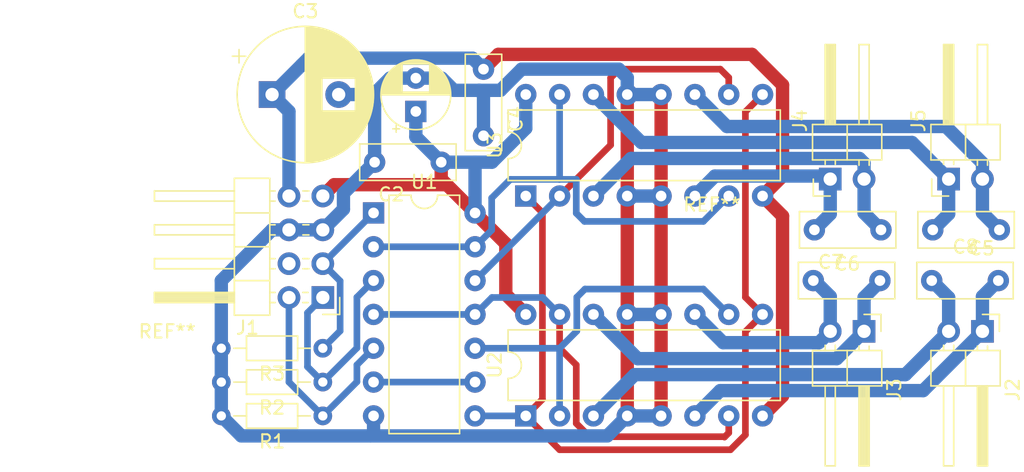
<source format=kicad_pcb>
(kicad_pcb (version 20171130) (host pcbnew "(5.1.8-0-10_14)")

  (general
    (thickness 1.6)
    (drawings 0)
    (tracks 173)
    (zones 0)
    (modules 21)
    (nets 22)
  )

  (page A4)
  (layers
    (0 F.Cu signal)
    (31 B.Cu signal)
    (32 B.Adhes user)
    (33 F.Adhes user)
    (34 B.Paste user)
    (35 F.Paste user)
    (36 B.SilkS user)
    (37 F.SilkS user)
    (38 B.Mask user)
    (39 F.Mask user)
    (40 Dwgs.User user)
    (41 Cmts.User user)
    (42 Eco1.User user)
    (43 Eco2.User user)
    (44 Edge.Cuts user)
    (45 Margin user)
    (46 B.CrtYd user)
    (47 F.CrtYd user)
    (48 B.Fab user)
    (49 F.Fab user)
  )

  (setup
    (last_trace_width 1)
    (user_trace_width 0.4)
    (user_trace_width 0.5)
    (user_trace_width 1)
    (trace_clearance 0.2)
    (zone_clearance 0.508)
    (zone_45_only no)
    (trace_min 0.2)
    (via_size 0.8)
    (via_drill 0.4)
    (via_min_size 0.4)
    (via_min_drill 0.3)
    (user_via 1 0.4)
    (uvia_size 0.3)
    (uvia_drill 0.1)
    (uvias_allowed no)
    (uvia_min_size 0.2)
    (uvia_min_drill 0.1)
    (edge_width 0.05)
    (segment_width 0.2)
    (pcb_text_width 0.3)
    (pcb_text_size 1.5 1.5)
    (mod_edge_width 0.12)
    (mod_text_size 1 1)
    (mod_text_width 0.15)
    (pad_size 1.524 1.524)
    (pad_drill 0.762)
    (pad_to_mask_clearance 0)
    (aux_axis_origin 0 0)
    (visible_elements FFFFFF7F)
    (pcbplotparams
      (layerselection 0x010fc_ffffffff)
      (usegerberextensions false)
      (usegerberattributes true)
      (usegerberadvancedattributes true)
      (creategerberjobfile true)
      (excludeedgelayer true)
      (linewidth 0.100000)
      (plotframeref false)
      (viasonmask false)
      (mode 1)
      (useauxorigin false)
      (hpglpennumber 1)
      (hpglpenspeed 20)
      (hpglpendiameter 15.000000)
      (psnegative false)
      (psa4output false)
      (plotreference true)
      (plotvalue true)
      (plotinvisibletext false)
      (padsonsilk false)
      (subtractmaskfromsilk false)
      (outputformat 1)
      (mirror false)
      (drillshape 1)
      (scaleselection 1)
      (outputdirectory ""))
  )

  (net 0 "")
  (net 1 GND)
  (net 2 +5V)
  (net 3 VCC)
  (net 4 /out_a1)
  (net 5 /out_a0)
  (net 6 /out_b1)
  (net 7 /out_b0)
  (net 8 /out_c1)
  (net 9 /out_c0)
  (net 10 /out_d1)
  (net 11 /out_d0)
  (net 12 /dir1)
  (net 13 /dir0)
  (net 14 /En)
  (net 15 "Net-(U1-Pad6)")
  (net 16 "Net-(U1-Pad11)")
  (net 17 "Net-(U1-Pad10)")
  (net 18 "Net-(U1-Pad8)")
  (net 19 "Net-(J1-Pad4)")
  (net 20 "Net-(U1-Pad13)")
  (net 21 "Net-(U1-Pad12)")

  (net_class Default "This is the default net class."
    (clearance 0.2)
    (trace_width 0.25)
    (via_dia 0.8)
    (via_drill 0.4)
    (uvia_dia 0.3)
    (uvia_drill 0.1)
    (add_net +5V)
    (add_net /En)
    (add_net /dir0)
    (add_net /dir1)
    (add_net /out_a0)
    (add_net /out_a1)
    (add_net /out_b0)
    (add_net /out_b1)
    (add_net /out_c0)
    (add_net /out_c1)
    (add_net /out_d0)
    (add_net /out_d1)
    (add_net GND)
    (add_net "Net-(J1-Pad4)")
    (add_net "Net-(U1-Pad10)")
    (add_net "Net-(U1-Pad11)")
    (add_net "Net-(U1-Pad12)")
    (add_net "Net-(U1-Pad13)")
    (add_net "Net-(U1-Pad6)")
    (add_net "Net-(U1-Pad8)")
    (add_net VCC)
  )

  (module Capacitor_THT:CP_Radial_D10.0mm_P5.00mm (layer F.Cu) (tedit 5AE50EF1) (tstamp 6002C32F)
    (at 83.82 52.07)
    (descr "CP, Radial series, Radial, pin pitch=5.00mm, , diameter=10mm, Electrolytic Capacitor")
    (tags "CP Radial series Radial pin pitch 5.00mm  diameter 10mm Electrolytic Capacitor")
    (path /5FE6F773)
    (fp_text reference C3 (at 2.5 -6.25) (layer F.SilkS)
      (effects (font (size 1 1) (thickness 0.15)))
    )
    (fp_text value 470uF (at 2.5 6.25) (layer F.Fab)
      (effects (font (size 1 1) (thickness 0.15)))
    )
    (fp_text user %R (at 2.5 0) (layer F.Fab)
      (effects (font (size 1 1) (thickness 0.15)))
    )
    (fp_circle (center 2.5 0) (end 7.5 0) (layer F.Fab) (width 0.1))
    (fp_circle (center 2.5 0) (end 7.62 0) (layer F.SilkS) (width 0.12))
    (fp_circle (center 2.5 0) (end 7.75 0) (layer F.CrtYd) (width 0.05))
    (fp_line (start -1.788861 -2.1875) (end -0.788861 -2.1875) (layer F.Fab) (width 0.1))
    (fp_line (start -1.288861 -2.6875) (end -1.288861 -1.6875) (layer F.Fab) (width 0.1))
    (fp_line (start 2.5 -5.08) (end 2.5 5.08) (layer F.SilkS) (width 0.12))
    (fp_line (start 2.54 -5.08) (end 2.54 5.08) (layer F.SilkS) (width 0.12))
    (fp_line (start 2.58 -5.08) (end 2.58 5.08) (layer F.SilkS) (width 0.12))
    (fp_line (start 2.62 -5.079) (end 2.62 5.079) (layer F.SilkS) (width 0.12))
    (fp_line (start 2.66 -5.078) (end 2.66 5.078) (layer F.SilkS) (width 0.12))
    (fp_line (start 2.7 -5.077) (end 2.7 5.077) (layer F.SilkS) (width 0.12))
    (fp_line (start 2.74 -5.075) (end 2.74 5.075) (layer F.SilkS) (width 0.12))
    (fp_line (start 2.78 -5.073) (end 2.78 5.073) (layer F.SilkS) (width 0.12))
    (fp_line (start 2.82 -5.07) (end 2.82 5.07) (layer F.SilkS) (width 0.12))
    (fp_line (start 2.86 -5.068) (end 2.86 5.068) (layer F.SilkS) (width 0.12))
    (fp_line (start 2.9 -5.065) (end 2.9 5.065) (layer F.SilkS) (width 0.12))
    (fp_line (start 2.94 -5.062) (end 2.94 5.062) (layer F.SilkS) (width 0.12))
    (fp_line (start 2.98 -5.058) (end 2.98 5.058) (layer F.SilkS) (width 0.12))
    (fp_line (start 3.02 -5.054) (end 3.02 5.054) (layer F.SilkS) (width 0.12))
    (fp_line (start 3.06 -5.05) (end 3.06 5.05) (layer F.SilkS) (width 0.12))
    (fp_line (start 3.1 -5.045) (end 3.1 5.045) (layer F.SilkS) (width 0.12))
    (fp_line (start 3.14 -5.04) (end 3.14 5.04) (layer F.SilkS) (width 0.12))
    (fp_line (start 3.18 -5.035) (end 3.18 5.035) (layer F.SilkS) (width 0.12))
    (fp_line (start 3.221 -5.03) (end 3.221 5.03) (layer F.SilkS) (width 0.12))
    (fp_line (start 3.261 -5.024) (end 3.261 5.024) (layer F.SilkS) (width 0.12))
    (fp_line (start 3.301 -5.018) (end 3.301 5.018) (layer F.SilkS) (width 0.12))
    (fp_line (start 3.341 -5.011) (end 3.341 5.011) (layer F.SilkS) (width 0.12))
    (fp_line (start 3.381 -5.004) (end 3.381 5.004) (layer F.SilkS) (width 0.12))
    (fp_line (start 3.421 -4.997) (end 3.421 4.997) (layer F.SilkS) (width 0.12))
    (fp_line (start 3.461 -4.99) (end 3.461 4.99) (layer F.SilkS) (width 0.12))
    (fp_line (start 3.501 -4.982) (end 3.501 4.982) (layer F.SilkS) (width 0.12))
    (fp_line (start 3.541 -4.974) (end 3.541 4.974) (layer F.SilkS) (width 0.12))
    (fp_line (start 3.581 -4.965) (end 3.581 4.965) (layer F.SilkS) (width 0.12))
    (fp_line (start 3.621 -4.956) (end 3.621 4.956) (layer F.SilkS) (width 0.12))
    (fp_line (start 3.661 -4.947) (end 3.661 4.947) (layer F.SilkS) (width 0.12))
    (fp_line (start 3.701 -4.938) (end 3.701 4.938) (layer F.SilkS) (width 0.12))
    (fp_line (start 3.741 -4.928) (end 3.741 4.928) (layer F.SilkS) (width 0.12))
    (fp_line (start 3.781 -4.918) (end 3.781 -1.241) (layer F.SilkS) (width 0.12))
    (fp_line (start 3.781 1.241) (end 3.781 4.918) (layer F.SilkS) (width 0.12))
    (fp_line (start 3.821 -4.907) (end 3.821 -1.241) (layer F.SilkS) (width 0.12))
    (fp_line (start 3.821 1.241) (end 3.821 4.907) (layer F.SilkS) (width 0.12))
    (fp_line (start 3.861 -4.897) (end 3.861 -1.241) (layer F.SilkS) (width 0.12))
    (fp_line (start 3.861 1.241) (end 3.861 4.897) (layer F.SilkS) (width 0.12))
    (fp_line (start 3.901 -4.885) (end 3.901 -1.241) (layer F.SilkS) (width 0.12))
    (fp_line (start 3.901 1.241) (end 3.901 4.885) (layer F.SilkS) (width 0.12))
    (fp_line (start 3.941 -4.874) (end 3.941 -1.241) (layer F.SilkS) (width 0.12))
    (fp_line (start 3.941 1.241) (end 3.941 4.874) (layer F.SilkS) (width 0.12))
    (fp_line (start 3.981 -4.862) (end 3.981 -1.241) (layer F.SilkS) (width 0.12))
    (fp_line (start 3.981 1.241) (end 3.981 4.862) (layer F.SilkS) (width 0.12))
    (fp_line (start 4.021 -4.85) (end 4.021 -1.241) (layer F.SilkS) (width 0.12))
    (fp_line (start 4.021 1.241) (end 4.021 4.85) (layer F.SilkS) (width 0.12))
    (fp_line (start 4.061 -4.837) (end 4.061 -1.241) (layer F.SilkS) (width 0.12))
    (fp_line (start 4.061 1.241) (end 4.061 4.837) (layer F.SilkS) (width 0.12))
    (fp_line (start 4.101 -4.824) (end 4.101 -1.241) (layer F.SilkS) (width 0.12))
    (fp_line (start 4.101 1.241) (end 4.101 4.824) (layer F.SilkS) (width 0.12))
    (fp_line (start 4.141 -4.811) (end 4.141 -1.241) (layer F.SilkS) (width 0.12))
    (fp_line (start 4.141 1.241) (end 4.141 4.811) (layer F.SilkS) (width 0.12))
    (fp_line (start 4.181 -4.797) (end 4.181 -1.241) (layer F.SilkS) (width 0.12))
    (fp_line (start 4.181 1.241) (end 4.181 4.797) (layer F.SilkS) (width 0.12))
    (fp_line (start 4.221 -4.783) (end 4.221 -1.241) (layer F.SilkS) (width 0.12))
    (fp_line (start 4.221 1.241) (end 4.221 4.783) (layer F.SilkS) (width 0.12))
    (fp_line (start 4.261 -4.768) (end 4.261 -1.241) (layer F.SilkS) (width 0.12))
    (fp_line (start 4.261 1.241) (end 4.261 4.768) (layer F.SilkS) (width 0.12))
    (fp_line (start 4.301 -4.754) (end 4.301 -1.241) (layer F.SilkS) (width 0.12))
    (fp_line (start 4.301 1.241) (end 4.301 4.754) (layer F.SilkS) (width 0.12))
    (fp_line (start 4.341 -4.738) (end 4.341 -1.241) (layer F.SilkS) (width 0.12))
    (fp_line (start 4.341 1.241) (end 4.341 4.738) (layer F.SilkS) (width 0.12))
    (fp_line (start 4.381 -4.723) (end 4.381 -1.241) (layer F.SilkS) (width 0.12))
    (fp_line (start 4.381 1.241) (end 4.381 4.723) (layer F.SilkS) (width 0.12))
    (fp_line (start 4.421 -4.707) (end 4.421 -1.241) (layer F.SilkS) (width 0.12))
    (fp_line (start 4.421 1.241) (end 4.421 4.707) (layer F.SilkS) (width 0.12))
    (fp_line (start 4.461 -4.69) (end 4.461 -1.241) (layer F.SilkS) (width 0.12))
    (fp_line (start 4.461 1.241) (end 4.461 4.69) (layer F.SilkS) (width 0.12))
    (fp_line (start 4.501 -4.674) (end 4.501 -1.241) (layer F.SilkS) (width 0.12))
    (fp_line (start 4.501 1.241) (end 4.501 4.674) (layer F.SilkS) (width 0.12))
    (fp_line (start 4.541 -4.657) (end 4.541 -1.241) (layer F.SilkS) (width 0.12))
    (fp_line (start 4.541 1.241) (end 4.541 4.657) (layer F.SilkS) (width 0.12))
    (fp_line (start 4.581 -4.639) (end 4.581 -1.241) (layer F.SilkS) (width 0.12))
    (fp_line (start 4.581 1.241) (end 4.581 4.639) (layer F.SilkS) (width 0.12))
    (fp_line (start 4.621 -4.621) (end 4.621 -1.241) (layer F.SilkS) (width 0.12))
    (fp_line (start 4.621 1.241) (end 4.621 4.621) (layer F.SilkS) (width 0.12))
    (fp_line (start 4.661 -4.603) (end 4.661 -1.241) (layer F.SilkS) (width 0.12))
    (fp_line (start 4.661 1.241) (end 4.661 4.603) (layer F.SilkS) (width 0.12))
    (fp_line (start 4.701 -4.584) (end 4.701 -1.241) (layer F.SilkS) (width 0.12))
    (fp_line (start 4.701 1.241) (end 4.701 4.584) (layer F.SilkS) (width 0.12))
    (fp_line (start 4.741 -4.564) (end 4.741 -1.241) (layer F.SilkS) (width 0.12))
    (fp_line (start 4.741 1.241) (end 4.741 4.564) (layer F.SilkS) (width 0.12))
    (fp_line (start 4.781 -4.545) (end 4.781 -1.241) (layer F.SilkS) (width 0.12))
    (fp_line (start 4.781 1.241) (end 4.781 4.545) (layer F.SilkS) (width 0.12))
    (fp_line (start 4.821 -4.525) (end 4.821 -1.241) (layer F.SilkS) (width 0.12))
    (fp_line (start 4.821 1.241) (end 4.821 4.525) (layer F.SilkS) (width 0.12))
    (fp_line (start 4.861 -4.504) (end 4.861 -1.241) (layer F.SilkS) (width 0.12))
    (fp_line (start 4.861 1.241) (end 4.861 4.504) (layer F.SilkS) (width 0.12))
    (fp_line (start 4.901 -4.483) (end 4.901 -1.241) (layer F.SilkS) (width 0.12))
    (fp_line (start 4.901 1.241) (end 4.901 4.483) (layer F.SilkS) (width 0.12))
    (fp_line (start 4.941 -4.462) (end 4.941 -1.241) (layer F.SilkS) (width 0.12))
    (fp_line (start 4.941 1.241) (end 4.941 4.462) (layer F.SilkS) (width 0.12))
    (fp_line (start 4.981 -4.44) (end 4.981 -1.241) (layer F.SilkS) (width 0.12))
    (fp_line (start 4.981 1.241) (end 4.981 4.44) (layer F.SilkS) (width 0.12))
    (fp_line (start 5.021 -4.417) (end 5.021 -1.241) (layer F.SilkS) (width 0.12))
    (fp_line (start 5.021 1.241) (end 5.021 4.417) (layer F.SilkS) (width 0.12))
    (fp_line (start 5.061 -4.395) (end 5.061 -1.241) (layer F.SilkS) (width 0.12))
    (fp_line (start 5.061 1.241) (end 5.061 4.395) (layer F.SilkS) (width 0.12))
    (fp_line (start 5.101 -4.371) (end 5.101 -1.241) (layer F.SilkS) (width 0.12))
    (fp_line (start 5.101 1.241) (end 5.101 4.371) (layer F.SilkS) (width 0.12))
    (fp_line (start 5.141 -4.347) (end 5.141 -1.241) (layer F.SilkS) (width 0.12))
    (fp_line (start 5.141 1.241) (end 5.141 4.347) (layer F.SilkS) (width 0.12))
    (fp_line (start 5.181 -4.323) (end 5.181 -1.241) (layer F.SilkS) (width 0.12))
    (fp_line (start 5.181 1.241) (end 5.181 4.323) (layer F.SilkS) (width 0.12))
    (fp_line (start 5.221 -4.298) (end 5.221 -1.241) (layer F.SilkS) (width 0.12))
    (fp_line (start 5.221 1.241) (end 5.221 4.298) (layer F.SilkS) (width 0.12))
    (fp_line (start 5.261 -4.273) (end 5.261 -1.241) (layer F.SilkS) (width 0.12))
    (fp_line (start 5.261 1.241) (end 5.261 4.273) (layer F.SilkS) (width 0.12))
    (fp_line (start 5.301 -4.247) (end 5.301 -1.241) (layer F.SilkS) (width 0.12))
    (fp_line (start 5.301 1.241) (end 5.301 4.247) (layer F.SilkS) (width 0.12))
    (fp_line (start 5.341 -4.221) (end 5.341 -1.241) (layer F.SilkS) (width 0.12))
    (fp_line (start 5.341 1.241) (end 5.341 4.221) (layer F.SilkS) (width 0.12))
    (fp_line (start 5.381 -4.194) (end 5.381 -1.241) (layer F.SilkS) (width 0.12))
    (fp_line (start 5.381 1.241) (end 5.381 4.194) (layer F.SilkS) (width 0.12))
    (fp_line (start 5.421 -4.166) (end 5.421 -1.241) (layer F.SilkS) (width 0.12))
    (fp_line (start 5.421 1.241) (end 5.421 4.166) (layer F.SilkS) (width 0.12))
    (fp_line (start 5.461 -4.138) (end 5.461 -1.241) (layer F.SilkS) (width 0.12))
    (fp_line (start 5.461 1.241) (end 5.461 4.138) (layer F.SilkS) (width 0.12))
    (fp_line (start 5.501 -4.11) (end 5.501 -1.241) (layer F.SilkS) (width 0.12))
    (fp_line (start 5.501 1.241) (end 5.501 4.11) (layer F.SilkS) (width 0.12))
    (fp_line (start 5.541 -4.08) (end 5.541 -1.241) (layer F.SilkS) (width 0.12))
    (fp_line (start 5.541 1.241) (end 5.541 4.08) (layer F.SilkS) (width 0.12))
    (fp_line (start 5.581 -4.05) (end 5.581 -1.241) (layer F.SilkS) (width 0.12))
    (fp_line (start 5.581 1.241) (end 5.581 4.05) (layer F.SilkS) (width 0.12))
    (fp_line (start 5.621 -4.02) (end 5.621 -1.241) (layer F.SilkS) (width 0.12))
    (fp_line (start 5.621 1.241) (end 5.621 4.02) (layer F.SilkS) (width 0.12))
    (fp_line (start 5.661 -3.989) (end 5.661 -1.241) (layer F.SilkS) (width 0.12))
    (fp_line (start 5.661 1.241) (end 5.661 3.989) (layer F.SilkS) (width 0.12))
    (fp_line (start 5.701 -3.957) (end 5.701 -1.241) (layer F.SilkS) (width 0.12))
    (fp_line (start 5.701 1.241) (end 5.701 3.957) (layer F.SilkS) (width 0.12))
    (fp_line (start 5.741 -3.925) (end 5.741 -1.241) (layer F.SilkS) (width 0.12))
    (fp_line (start 5.741 1.241) (end 5.741 3.925) (layer F.SilkS) (width 0.12))
    (fp_line (start 5.781 -3.892) (end 5.781 -1.241) (layer F.SilkS) (width 0.12))
    (fp_line (start 5.781 1.241) (end 5.781 3.892) (layer F.SilkS) (width 0.12))
    (fp_line (start 5.821 -3.858) (end 5.821 -1.241) (layer F.SilkS) (width 0.12))
    (fp_line (start 5.821 1.241) (end 5.821 3.858) (layer F.SilkS) (width 0.12))
    (fp_line (start 5.861 -3.824) (end 5.861 -1.241) (layer F.SilkS) (width 0.12))
    (fp_line (start 5.861 1.241) (end 5.861 3.824) (layer F.SilkS) (width 0.12))
    (fp_line (start 5.901 -3.789) (end 5.901 -1.241) (layer F.SilkS) (width 0.12))
    (fp_line (start 5.901 1.241) (end 5.901 3.789) (layer F.SilkS) (width 0.12))
    (fp_line (start 5.941 -3.753) (end 5.941 -1.241) (layer F.SilkS) (width 0.12))
    (fp_line (start 5.941 1.241) (end 5.941 3.753) (layer F.SilkS) (width 0.12))
    (fp_line (start 5.981 -3.716) (end 5.981 -1.241) (layer F.SilkS) (width 0.12))
    (fp_line (start 5.981 1.241) (end 5.981 3.716) (layer F.SilkS) (width 0.12))
    (fp_line (start 6.021 -3.679) (end 6.021 -1.241) (layer F.SilkS) (width 0.12))
    (fp_line (start 6.021 1.241) (end 6.021 3.679) (layer F.SilkS) (width 0.12))
    (fp_line (start 6.061 -3.64) (end 6.061 -1.241) (layer F.SilkS) (width 0.12))
    (fp_line (start 6.061 1.241) (end 6.061 3.64) (layer F.SilkS) (width 0.12))
    (fp_line (start 6.101 -3.601) (end 6.101 -1.241) (layer F.SilkS) (width 0.12))
    (fp_line (start 6.101 1.241) (end 6.101 3.601) (layer F.SilkS) (width 0.12))
    (fp_line (start 6.141 -3.561) (end 6.141 -1.241) (layer F.SilkS) (width 0.12))
    (fp_line (start 6.141 1.241) (end 6.141 3.561) (layer F.SilkS) (width 0.12))
    (fp_line (start 6.181 -3.52) (end 6.181 -1.241) (layer F.SilkS) (width 0.12))
    (fp_line (start 6.181 1.241) (end 6.181 3.52) (layer F.SilkS) (width 0.12))
    (fp_line (start 6.221 -3.478) (end 6.221 -1.241) (layer F.SilkS) (width 0.12))
    (fp_line (start 6.221 1.241) (end 6.221 3.478) (layer F.SilkS) (width 0.12))
    (fp_line (start 6.261 -3.436) (end 6.261 3.436) (layer F.SilkS) (width 0.12))
    (fp_line (start 6.301 -3.392) (end 6.301 3.392) (layer F.SilkS) (width 0.12))
    (fp_line (start 6.341 -3.347) (end 6.341 3.347) (layer F.SilkS) (width 0.12))
    (fp_line (start 6.381 -3.301) (end 6.381 3.301) (layer F.SilkS) (width 0.12))
    (fp_line (start 6.421 -3.254) (end 6.421 3.254) (layer F.SilkS) (width 0.12))
    (fp_line (start 6.461 -3.206) (end 6.461 3.206) (layer F.SilkS) (width 0.12))
    (fp_line (start 6.501 -3.156) (end 6.501 3.156) (layer F.SilkS) (width 0.12))
    (fp_line (start 6.541 -3.106) (end 6.541 3.106) (layer F.SilkS) (width 0.12))
    (fp_line (start 6.581 -3.054) (end 6.581 3.054) (layer F.SilkS) (width 0.12))
    (fp_line (start 6.621 -3) (end 6.621 3) (layer F.SilkS) (width 0.12))
    (fp_line (start 6.661 -2.945) (end 6.661 2.945) (layer F.SilkS) (width 0.12))
    (fp_line (start 6.701 -2.889) (end 6.701 2.889) (layer F.SilkS) (width 0.12))
    (fp_line (start 6.741 -2.83) (end 6.741 2.83) (layer F.SilkS) (width 0.12))
    (fp_line (start 6.781 -2.77) (end 6.781 2.77) (layer F.SilkS) (width 0.12))
    (fp_line (start 6.821 -2.709) (end 6.821 2.709) (layer F.SilkS) (width 0.12))
    (fp_line (start 6.861 -2.645) (end 6.861 2.645) (layer F.SilkS) (width 0.12))
    (fp_line (start 6.901 -2.579) (end 6.901 2.579) (layer F.SilkS) (width 0.12))
    (fp_line (start 6.941 -2.51) (end 6.941 2.51) (layer F.SilkS) (width 0.12))
    (fp_line (start 6.981 -2.439) (end 6.981 2.439) (layer F.SilkS) (width 0.12))
    (fp_line (start 7.021 -2.365) (end 7.021 2.365) (layer F.SilkS) (width 0.12))
    (fp_line (start 7.061 -2.289) (end 7.061 2.289) (layer F.SilkS) (width 0.12))
    (fp_line (start 7.101 -2.209) (end 7.101 2.209) (layer F.SilkS) (width 0.12))
    (fp_line (start 7.141 -2.125) (end 7.141 2.125) (layer F.SilkS) (width 0.12))
    (fp_line (start 7.181 -2.037) (end 7.181 2.037) (layer F.SilkS) (width 0.12))
    (fp_line (start 7.221 -1.944) (end 7.221 1.944) (layer F.SilkS) (width 0.12))
    (fp_line (start 7.261 -1.846) (end 7.261 1.846) (layer F.SilkS) (width 0.12))
    (fp_line (start 7.301 -1.742) (end 7.301 1.742) (layer F.SilkS) (width 0.12))
    (fp_line (start 7.341 -1.63) (end 7.341 1.63) (layer F.SilkS) (width 0.12))
    (fp_line (start 7.381 -1.51) (end 7.381 1.51) (layer F.SilkS) (width 0.12))
    (fp_line (start 7.421 -1.378) (end 7.421 1.378) (layer F.SilkS) (width 0.12))
    (fp_line (start 7.461 -1.23) (end 7.461 1.23) (layer F.SilkS) (width 0.12))
    (fp_line (start 7.501 -1.062) (end 7.501 1.062) (layer F.SilkS) (width 0.12))
    (fp_line (start 7.541 -0.862) (end 7.541 0.862) (layer F.SilkS) (width 0.12))
    (fp_line (start 7.581 -0.599) (end 7.581 0.599) (layer F.SilkS) (width 0.12))
    (fp_line (start -2.979646 -2.875) (end -1.979646 -2.875) (layer F.SilkS) (width 0.12))
    (fp_line (start -2.479646 -3.375) (end -2.479646 -2.375) (layer F.SilkS) (width 0.12))
    (pad 2 thru_hole circle (at 5 0) (size 2 2) (drill 1) (layers *.Cu *.Mask)
      (net 1 GND))
    (pad 1 thru_hole rect (at 0 0) (size 2 2) (drill 1) (layers *.Cu *.Mask)
      (net 3 VCC))
    (model ${KISYS3DMOD}/Capacitor_THT.3dshapes/CP_Radial_D10.0mm_P5.00mm.wrl
      (at (xyz 0 0 0))
      (scale (xyz 1 1 1))
      (rotate (xyz 0 0 0))
    )
  )

  (module Capacitor_THT:CP_Radial_D5.0mm_P2.50mm (layer F.Cu) (tedit 5AE50EF0) (tstamp 5FE03B66)
    (at 94.615 53.34 90)
    (descr "CP, Radial series, Radial, pin pitch=2.50mm, , diameter=5mm, Electrolytic Capacitor")
    (tags "CP Radial series Radial pin pitch 2.50mm  diameter 5mm Electrolytic Capacitor")
    (path /5FE75A0A)
    (fp_text reference C1 (at 1.25 -3.75 90) (layer F.SilkS)
      (effects (font (size 1 1) (thickness 0.15)))
    )
    (fp_text value 47uF (at 1.25 3.75 90) (layer F.Fab)
      (effects (font (size 1 1) (thickness 0.15)))
    )
    (fp_text user %R (at 1.25 0 90) (layer F.Fab)
      (effects (font (size 1 1) (thickness 0.15)))
    )
    (fp_line (start -1.304775 -1.725) (end -1.304775 -1.225) (layer F.SilkS) (width 0.12))
    (fp_line (start -1.554775 -1.475) (end -1.054775 -1.475) (layer F.SilkS) (width 0.12))
    (fp_line (start 3.851 -0.284) (end 3.851 0.284) (layer F.SilkS) (width 0.12))
    (fp_line (start 3.811 -0.518) (end 3.811 0.518) (layer F.SilkS) (width 0.12))
    (fp_line (start 3.771 -0.677) (end 3.771 0.677) (layer F.SilkS) (width 0.12))
    (fp_line (start 3.731 -0.805) (end 3.731 0.805) (layer F.SilkS) (width 0.12))
    (fp_line (start 3.691 -0.915) (end 3.691 0.915) (layer F.SilkS) (width 0.12))
    (fp_line (start 3.651 -1.011) (end 3.651 1.011) (layer F.SilkS) (width 0.12))
    (fp_line (start 3.611 -1.098) (end 3.611 1.098) (layer F.SilkS) (width 0.12))
    (fp_line (start 3.571 -1.178) (end 3.571 1.178) (layer F.SilkS) (width 0.12))
    (fp_line (start 3.531 1.04) (end 3.531 1.251) (layer F.SilkS) (width 0.12))
    (fp_line (start 3.531 -1.251) (end 3.531 -1.04) (layer F.SilkS) (width 0.12))
    (fp_line (start 3.491 1.04) (end 3.491 1.319) (layer F.SilkS) (width 0.12))
    (fp_line (start 3.491 -1.319) (end 3.491 -1.04) (layer F.SilkS) (width 0.12))
    (fp_line (start 3.451 1.04) (end 3.451 1.383) (layer F.SilkS) (width 0.12))
    (fp_line (start 3.451 -1.383) (end 3.451 -1.04) (layer F.SilkS) (width 0.12))
    (fp_line (start 3.411 1.04) (end 3.411 1.443) (layer F.SilkS) (width 0.12))
    (fp_line (start 3.411 -1.443) (end 3.411 -1.04) (layer F.SilkS) (width 0.12))
    (fp_line (start 3.371 1.04) (end 3.371 1.5) (layer F.SilkS) (width 0.12))
    (fp_line (start 3.371 -1.5) (end 3.371 -1.04) (layer F.SilkS) (width 0.12))
    (fp_line (start 3.331 1.04) (end 3.331 1.554) (layer F.SilkS) (width 0.12))
    (fp_line (start 3.331 -1.554) (end 3.331 -1.04) (layer F.SilkS) (width 0.12))
    (fp_line (start 3.291 1.04) (end 3.291 1.605) (layer F.SilkS) (width 0.12))
    (fp_line (start 3.291 -1.605) (end 3.291 -1.04) (layer F.SilkS) (width 0.12))
    (fp_line (start 3.251 1.04) (end 3.251 1.653) (layer F.SilkS) (width 0.12))
    (fp_line (start 3.251 -1.653) (end 3.251 -1.04) (layer F.SilkS) (width 0.12))
    (fp_line (start 3.211 1.04) (end 3.211 1.699) (layer F.SilkS) (width 0.12))
    (fp_line (start 3.211 -1.699) (end 3.211 -1.04) (layer F.SilkS) (width 0.12))
    (fp_line (start 3.171 1.04) (end 3.171 1.743) (layer F.SilkS) (width 0.12))
    (fp_line (start 3.171 -1.743) (end 3.171 -1.04) (layer F.SilkS) (width 0.12))
    (fp_line (start 3.131 1.04) (end 3.131 1.785) (layer F.SilkS) (width 0.12))
    (fp_line (start 3.131 -1.785) (end 3.131 -1.04) (layer F.SilkS) (width 0.12))
    (fp_line (start 3.091 1.04) (end 3.091 1.826) (layer F.SilkS) (width 0.12))
    (fp_line (start 3.091 -1.826) (end 3.091 -1.04) (layer F.SilkS) (width 0.12))
    (fp_line (start 3.051 1.04) (end 3.051 1.864) (layer F.SilkS) (width 0.12))
    (fp_line (start 3.051 -1.864) (end 3.051 -1.04) (layer F.SilkS) (width 0.12))
    (fp_line (start 3.011 1.04) (end 3.011 1.901) (layer F.SilkS) (width 0.12))
    (fp_line (start 3.011 -1.901) (end 3.011 -1.04) (layer F.SilkS) (width 0.12))
    (fp_line (start 2.971 1.04) (end 2.971 1.937) (layer F.SilkS) (width 0.12))
    (fp_line (start 2.971 -1.937) (end 2.971 -1.04) (layer F.SilkS) (width 0.12))
    (fp_line (start 2.931 1.04) (end 2.931 1.971) (layer F.SilkS) (width 0.12))
    (fp_line (start 2.931 -1.971) (end 2.931 -1.04) (layer F.SilkS) (width 0.12))
    (fp_line (start 2.891 1.04) (end 2.891 2.004) (layer F.SilkS) (width 0.12))
    (fp_line (start 2.891 -2.004) (end 2.891 -1.04) (layer F.SilkS) (width 0.12))
    (fp_line (start 2.851 1.04) (end 2.851 2.035) (layer F.SilkS) (width 0.12))
    (fp_line (start 2.851 -2.035) (end 2.851 -1.04) (layer F.SilkS) (width 0.12))
    (fp_line (start 2.811 1.04) (end 2.811 2.065) (layer F.SilkS) (width 0.12))
    (fp_line (start 2.811 -2.065) (end 2.811 -1.04) (layer F.SilkS) (width 0.12))
    (fp_line (start 2.771 1.04) (end 2.771 2.095) (layer F.SilkS) (width 0.12))
    (fp_line (start 2.771 -2.095) (end 2.771 -1.04) (layer F.SilkS) (width 0.12))
    (fp_line (start 2.731 1.04) (end 2.731 2.122) (layer F.SilkS) (width 0.12))
    (fp_line (start 2.731 -2.122) (end 2.731 -1.04) (layer F.SilkS) (width 0.12))
    (fp_line (start 2.691 1.04) (end 2.691 2.149) (layer F.SilkS) (width 0.12))
    (fp_line (start 2.691 -2.149) (end 2.691 -1.04) (layer F.SilkS) (width 0.12))
    (fp_line (start 2.651 1.04) (end 2.651 2.175) (layer F.SilkS) (width 0.12))
    (fp_line (start 2.651 -2.175) (end 2.651 -1.04) (layer F.SilkS) (width 0.12))
    (fp_line (start 2.611 1.04) (end 2.611 2.2) (layer F.SilkS) (width 0.12))
    (fp_line (start 2.611 -2.2) (end 2.611 -1.04) (layer F.SilkS) (width 0.12))
    (fp_line (start 2.571 1.04) (end 2.571 2.224) (layer F.SilkS) (width 0.12))
    (fp_line (start 2.571 -2.224) (end 2.571 -1.04) (layer F.SilkS) (width 0.12))
    (fp_line (start 2.531 1.04) (end 2.531 2.247) (layer F.SilkS) (width 0.12))
    (fp_line (start 2.531 -2.247) (end 2.531 -1.04) (layer F.SilkS) (width 0.12))
    (fp_line (start 2.491 1.04) (end 2.491 2.268) (layer F.SilkS) (width 0.12))
    (fp_line (start 2.491 -2.268) (end 2.491 -1.04) (layer F.SilkS) (width 0.12))
    (fp_line (start 2.451 1.04) (end 2.451 2.29) (layer F.SilkS) (width 0.12))
    (fp_line (start 2.451 -2.29) (end 2.451 -1.04) (layer F.SilkS) (width 0.12))
    (fp_line (start 2.411 1.04) (end 2.411 2.31) (layer F.SilkS) (width 0.12))
    (fp_line (start 2.411 -2.31) (end 2.411 -1.04) (layer F.SilkS) (width 0.12))
    (fp_line (start 2.371 1.04) (end 2.371 2.329) (layer F.SilkS) (width 0.12))
    (fp_line (start 2.371 -2.329) (end 2.371 -1.04) (layer F.SilkS) (width 0.12))
    (fp_line (start 2.331 1.04) (end 2.331 2.348) (layer F.SilkS) (width 0.12))
    (fp_line (start 2.331 -2.348) (end 2.331 -1.04) (layer F.SilkS) (width 0.12))
    (fp_line (start 2.291 1.04) (end 2.291 2.365) (layer F.SilkS) (width 0.12))
    (fp_line (start 2.291 -2.365) (end 2.291 -1.04) (layer F.SilkS) (width 0.12))
    (fp_line (start 2.251 1.04) (end 2.251 2.382) (layer F.SilkS) (width 0.12))
    (fp_line (start 2.251 -2.382) (end 2.251 -1.04) (layer F.SilkS) (width 0.12))
    (fp_line (start 2.211 1.04) (end 2.211 2.398) (layer F.SilkS) (width 0.12))
    (fp_line (start 2.211 -2.398) (end 2.211 -1.04) (layer F.SilkS) (width 0.12))
    (fp_line (start 2.171 1.04) (end 2.171 2.414) (layer F.SilkS) (width 0.12))
    (fp_line (start 2.171 -2.414) (end 2.171 -1.04) (layer F.SilkS) (width 0.12))
    (fp_line (start 2.131 1.04) (end 2.131 2.428) (layer F.SilkS) (width 0.12))
    (fp_line (start 2.131 -2.428) (end 2.131 -1.04) (layer F.SilkS) (width 0.12))
    (fp_line (start 2.091 1.04) (end 2.091 2.442) (layer F.SilkS) (width 0.12))
    (fp_line (start 2.091 -2.442) (end 2.091 -1.04) (layer F.SilkS) (width 0.12))
    (fp_line (start 2.051 1.04) (end 2.051 2.455) (layer F.SilkS) (width 0.12))
    (fp_line (start 2.051 -2.455) (end 2.051 -1.04) (layer F.SilkS) (width 0.12))
    (fp_line (start 2.011 1.04) (end 2.011 2.468) (layer F.SilkS) (width 0.12))
    (fp_line (start 2.011 -2.468) (end 2.011 -1.04) (layer F.SilkS) (width 0.12))
    (fp_line (start 1.971 1.04) (end 1.971 2.48) (layer F.SilkS) (width 0.12))
    (fp_line (start 1.971 -2.48) (end 1.971 -1.04) (layer F.SilkS) (width 0.12))
    (fp_line (start 1.93 1.04) (end 1.93 2.491) (layer F.SilkS) (width 0.12))
    (fp_line (start 1.93 -2.491) (end 1.93 -1.04) (layer F.SilkS) (width 0.12))
    (fp_line (start 1.89 1.04) (end 1.89 2.501) (layer F.SilkS) (width 0.12))
    (fp_line (start 1.89 -2.501) (end 1.89 -1.04) (layer F.SilkS) (width 0.12))
    (fp_line (start 1.85 1.04) (end 1.85 2.511) (layer F.SilkS) (width 0.12))
    (fp_line (start 1.85 -2.511) (end 1.85 -1.04) (layer F.SilkS) (width 0.12))
    (fp_line (start 1.81 1.04) (end 1.81 2.52) (layer F.SilkS) (width 0.12))
    (fp_line (start 1.81 -2.52) (end 1.81 -1.04) (layer F.SilkS) (width 0.12))
    (fp_line (start 1.77 1.04) (end 1.77 2.528) (layer F.SilkS) (width 0.12))
    (fp_line (start 1.77 -2.528) (end 1.77 -1.04) (layer F.SilkS) (width 0.12))
    (fp_line (start 1.73 1.04) (end 1.73 2.536) (layer F.SilkS) (width 0.12))
    (fp_line (start 1.73 -2.536) (end 1.73 -1.04) (layer F.SilkS) (width 0.12))
    (fp_line (start 1.69 1.04) (end 1.69 2.543) (layer F.SilkS) (width 0.12))
    (fp_line (start 1.69 -2.543) (end 1.69 -1.04) (layer F.SilkS) (width 0.12))
    (fp_line (start 1.65 1.04) (end 1.65 2.55) (layer F.SilkS) (width 0.12))
    (fp_line (start 1.65 -2.55) (end 1.65 -1.04) (layer F.SilkS) (width 0.12))
    (fp_line (start 1.61 1.04) (end 1.61 2.556) (layer F.SilkS) (width 0.12))
    (fp_line (start 1.61 -2.556) (end 1.61 -1.04) (layer F.SilkS) (width 0.12))
    (fp_line (start 1.57 1.04) (end 1.57 2.561) (layer F.SilkS) (width 0.12))
    (fp_line (start 1.57 -2.561) (end 1.57 -1.04) (layer F.SilkS) (width 0.12))
    (fp_line (start 1.53 1.04) (end 1.53 2.565) (layer F.SilkS) (width 0.12))
    (fp_line (start 1.53 -2.565) (end 1.53 -1.04) (layer F.SilkS) (width 0.12))
    (fp_line (start 1.49 1.04) (end 1.49 2.569) (layer F.SilkS) (width 0.12))
    (fp_line (start 1.49 -2.569) (end 1.49 -1.04) (layer F.SilkS) (width 0.12))
    (fp_line (start 1.45 -2.573) (end 1.45 2.573) (layer F.SilkS) (width 0.12))
    (fp_line (start 1.41 -2.576) (end 1.41 2.576) (layer F.SilkS) (width 0.12))
    (fp_line (start 1.37 -2.578) (end 1.37 2.578) (layer F.SilkS) (width 0.12))
    (fp_line (start 1.33 -2.579) (end 1.33 2.579) (layer F.SilkS) (width 0.12))
    (fp_line (start 1.29 -2.58) (end 1.29 2.58) (layer F.SilkS) (width 0.12))
    (fp_line (start 1.25 -2.58) (end 1.25 2.58) (layer F.SilkS) (width 0.12))
    (fp_line (start -0.633605 -1.3375) (end -0.633605 -0.8375) (layer F.Fab) (width 0.1))
    (fp_line (start -0.883605 -1.0875) (end -0.383605 -1.0875) (layer F.Fab) (width 0.1))
    (fp_circle (center 1.25 0) (end 4 0) (layer F.CrtYd) (width 0.05))
    (fp_circle (center 1.25 0) (end 3.87 0) (layer F.SilkS) (width 0.12))
    (fp_circle (center 1.25 0) (end 3.75 0) (layer F.Fab) (width 0.1))
    (pad 1 thru_hole rect (at 0 0 90) (size 1.6 1.6) (drill 0.8) (layers *.Cu *.Mask)
      (net 2 +5V))
    (pad 2 thru_hole circle (at 2.5 0 90) (size 1.6 1.6) (drill 0.8) (layers *.Cu *.Mask)
      (net 1 GND))
    (model ${KISYS3DMOD}/Capacitor_THT.3dshapes/CP_Radial_D5.0mm_P2.50mm.wrl
      (at (xyz 0 0 0))
      (scale (xyz 1 1 1))
      (rotate (xyz 0 0 0))
    )
  )

  (module MountingHole:MountingHole_3.2mm_M3_DIN965 (layer F.Cu) (tedit 56D1B4CB) (tstamp 5FF07F9E)
    (at 75.946 73.66)
    (descr "Mounting Hole 3.2mm, no annular, M3, DIN965")
    (tags "mounting hole 3.2mm no annular m3 din965")
    (attr virtual)
    (fp_text reference REF** (at 0 -3.8) (layer F.SilkS)
      (effects (font (size 1 1) (thickness 0.15)))
    )
    (fp_text value MountingHole_3.2mm_M3_DIN965 (at 0 3.8) (layer F.Fab)
      (effects (font (size 1 1) (thickness 0.15)))
    )
    (fp_circle (center 0 0) (end 3.05 0) (layer F.CrtYd) (width 0.05))
    (fp_circle (center 0 0) (end 2.8 0) (layer Cmts.User) (width 0.15))
    (fp_text user %R (at 0.3 0) (layer F.Fab)
      (effects (font (size 1 1) (thickness 0.15)))
    )
    (pad 1 np_thru_hole circle (at 0 0) (size 3.2 3.2) (drill 3.2) (layers *.Cu *.Mask))
  )

  (module MountingHole:MountingHole_3.2mm_M3_DIN965 (layer F.Cu) (tedit 56D1B4CB) (tstamp 5FF07F56)
    (at 116.84 64.135)
    (descr "Mounting Hole 3.2mm, no annular, M3, DIN965")
    (tags "mounting hole 3.2mm no annular m3 din965")
    (attr virtual)
    (fp_text reference REF** (at 0 -3.8) (layer F.SilkS)
      (effects (font (size 1 1) (thickness 0.15)))
    )
    (fp_text value MountingHole_3.2mm_M3_DIN965 (at 0 3.8) (layer F.Fab)
      (effects (font (size 1 1) (thickness 0.15)))
    )
    (fp_circle (center 0 0) (end 3.05 0) (layer F.CrtYd) (width 0.05))
    (fp_circle (center 0 0) (end 2.8 0) (layer Cmts.User) (width 0.15))
    (fp_text user %R (at 0.3 0) (layer F.Fab)
      (effects (font (size 1 1) (thickness 0.15)))
    )
    (pad 1 np_thru_hole circle (at 0 0) (size 3.2 3.2) (drill 3.2) (layers *.Cu *.Mask))
  )

  (module Connector_PinHeader_2.54mm:PinHeader_2x04_P2.54mm_Horizontal (layer F.Cu) (tedit 59FED5CB) (tstamp 5FE03CCD)
    (at 87.63 67.31 180)
    (descr "Through hole angled pin header, 2x04, 2.54mm pitch, 6mm pin length, double rows")
    (tags "Through hole angled pin header THT 2x04 2.54mm double row")
    (path /5FE03A5E)
    (fp_text reference J1 (at 5.655 -2.27) (layer F.SilkS)
      (effects (font (size 1 1) (thickness 0.15)))
    )
    (fp_text value Conn_02x04_Odd_Even (at 5.655 9.89) (layer F.Fab)
      (effects (font (size 1 1) (thickness 0.15)))
    )
    (fp_line (start 4.675 -1.27) (end 6.58 -1.27) (layer F.Fab) (width 0.1))
    (fp_line (start 6.58 -1.27) (end 6.58 8.89) (layer F.Fab) (width 0.1))
    (fp_line (start 6.58 8.89) (end 4.04 8.89) (layer F.Fab) (width 0.1))
    (fp_line (start 4.04 8.89) (end 4.04 -0.635) (layer F.Fab) (width 0.1))
    (fp_line (start 4.04 -0.635) (end 4.675 -1.27) (layer F.Fab) (width 0.1))
    (fp_line (start -0.32 -0.32) (end 4.04 -0.32) (layer F.Fab) (width 0.1))
    (fp_line (start -0.32 -0.32) (end -0.32 0.32) (layer F.Fab) (width 0.1))
    (fp_line (start -0.32 0.32) (end 4.04 0.32) (layer F.Fab) (width 0.1))
    (fp_line (start 6.58 -0.32) (end 12.58 -0.32) (layer F.Fab) (width 0.1))
    (fp_line (start 12.58 -0.32) (end 12.58 0.32) (layer F.Fab) (width 0.1))
    (fp_line (start 6.58 0.32) (end 12.58 0.32) (layer F.Fab) (width 0.1))
    (fp_line (start -0.32 2.22) (end 4.04 2.22) (layer F.Fab) (width 0.1))
    (fp_line (start -0.32 2.22) (end -0.32 2.86) (layer F.Fab) (width 0.1))
    (fp_line (start -0.32 2.86) (end 4.04 2.86) (layer F.Fab) (width 0.1))
    (fp_line (start 6.58 2.22) (end 12.58 2.22) (layer F.Fab) (width 0.1))
    (fp_line (start 12.58 2.22) (end 12.58 2.86) (layer F.Fab) (width 0.1))
    (fp_line (start 6.58 2.86) (end 12.58 2.86) (layer F.Fab) (width 0.1))
    (fp_line (start -0.32 4.76) (end 4.04 4.76) (layer F.Fab) (width 0.1))
    (fp_line (start -0.32 4.76) (end -0.32 5.4) (layer F.Fab) (width 0.1))
    (fp_line (start -0.32 5.4) (end 4.04 5.4) (layer F.Fab) (width 0.1))
    (fp_line (start 6.58 4.76) (end 12.58 4.76) (layer F.Fab) (width 0.1))
    (fp_line (start 12.58 4.76) (end 12.58 5.4) (layer F.Fab) (width 0.1))
    (fp_line (start 6.58 5.4) (end 12.58 5.4) (layer F.Fab) (width 0.1))
    (fp_line (start -0.32 7.3) (end 4.04 7.3) (layer F.Fab) (width 0.1))
    (fp_line (start -0.32 7.3) (end -0.32 7.94) (layer F.Fab) (width 0.1))
    (fp_line (start -0.32 7.94) (end 4.04 7.94) (layer F.Fab) (width 0.1))
    (fp_line (start 6.58 7.3) (end 12.58 7.3) (layer F.Fab) (width 0.1))
    (fp_line (start 12.58 7.3) (end 12.58 7.94) (layer F.Fab) (width 0.1))
    (fp_line (start 6.58 7.94) (end 12.58 7.94) (layer F.Fab) (width 0.1))
    (fp_line (start 3.98 -1.33) (end 3.98 8.95) (layer F.SilkS) (width 0.12))
    (fp_line (start 3.98 8.95) (end 6.64 8.95) (layer F.SilkS) (width 0.12))
    (fp_line (start 6.64 8.95) (end 6.64 -1.33) (layer F.SilkS) (width 0.12))
    (fp_line (start 6.64 -1.33) (end 3.98 -1.33) (layer F.SilkS) (width 0.12))
    (fp_line (start 6.64 -0.38) (end 12.64 -0.38) (layer F.SilkS) (width 0.12))
    (fp_line (start 12.64 -0.38) (end 12.64 0.38) (layer F.SilkS) (width 0.12))
    (fp_line (start 12.64 0.38) (end 6.64 0.38) (layer F.SilkS) (width 0.12))
    (fp_line (start 6.64 -0.32) (end 12.64 -0.32) (layer F.SilkS) (width 0.12))
    (fp_line (start 6.64 -0.2) (end 12.64 -0.2) (layer F.SilkS) (width 0.12))
    (fp_line (start 6.64 -0.08) (end 12.64 -0.08) (layer F.SilkS) (width 0.12))
    (fp_line (start 6.64 0.04) (end 12.64 0.04) (layer F.SilkS) (width 0.12))
    (fp_line (start 6.64 0.16) (end 12.64 0.16) (layer F.SilkS) (width 0.12))
    (fp_line (start 6.64 0.28) (end 12.64 0.28) (layer F.SilkS) (width 0.12))
    (fp_line (start 3.582929 -0.38) (end 3.98 -0.38) (layer F.SilkS) (width 0.12))
    (fp_line (start 3.582929 0.38) (end 3.98 0.38) (layer F.SilkS) (width 0.12))
    (fp_line (start 1.11 -0.38) (end 1.497071 -0.38) (layer F.SilkS) (width 0.12))
    (fp_line (start 1.11 0.38) (end 1.497071 0.38) (layer F.SilkS) (width 0.12))
    (fp_line (start 3.98 1.27) (end 6.64 1.27) (layer F.SilkS) (width 0.12))
    (fp_line (start 6.64 2.16) (end 12.64 2.16) (layer F.SilkS) (width 0.12))
    (fp_line (start 12.64 2.16) (end 12.64 2.92) (layer F.SilkS) (width 0.12))
    (fp_line (start 12.64 2.92) (end 6.64 2.92) (layer F.SilkS) (width 0.12))
    (fp_line (start 3.582929 2.16) (end 3.98 2.16) (layer F.SilkS) (width 0.12))
    (fp_line (start 3.582929 2.92) (end 3.98 2.92) (layer F.SilkS) (width 0.12))
    (fp_line (start 1.042929 2.16) (end 1.497071 2.16) (layer F.SilkS) (width 0.12))
    (fp_line (start 1.042929 2.92) (end 1.497071 2.92) (layer F.SilkS) (width 0.12))
    (fp_line (start 3.98 3.81) (end 6.64 3.81) (layer F.SilkS) (width 0.12))
    (fp_line (start 6.64 4.7) (end 12.64 4.7) (layer F.SilkS) (width 0.12))
    (fp_line (start 12.64 4.7) (end 12.64 5.46) (layer F.SilkS) (width 0.12))
    (fp_line (start 12.64 5.46) (end 6.64 5.46) (layer F.SilkS) (width 0.12))
    (fp_line (start 3.582929 4.7) (end 3.98 4.7) (layer F.SilkS) (width 0.12))
    (fp_line (start 3.582929 5.46) (end 3.98 5.46) (layer F.SilkS) (width 0.12))
    (fp_line (start 1.042929 4.7) (end 1.497071 4.7) (layer F.SilkS) (width 0.12))
    (fp_line (start 1.042929 5.46) (end 1.497071 5.46) (layer F.SilkS) (width 0.12))
    (fp_line (start 3.98 6.35) (end 6.64 6.35) (layer F.SilkS) (width 0.12))
    (fp_line (start 6.64 7.24) (end 12.64 7.24) (layer F.SilkS) (width 0.12))
    (fp_line (start 12.64 7.24) (end 12.64 8) (layer F.SilkS) (width 0.12))
    (fp_line (start 12.64 8) (end 6.64 8) (layer F.SilkS) (width 0.12))
    (fp_line (start 3.582929 7.24) (end 3.98 7.24) (layer F.SilkS) (width 0.12))
    (fp_line (start 3.582929 8) (end 3.98 8) (layer F.SilkS) (width 0.12))
    (fp_line (start 1.042929 7.24) (end 1.497071 7.24) (layer F.SilkS) (width 0.12))
    (fp_line (start 1.042929 8) (end 1.497071 8) (layer F.SilkS) (width 0.12))
    (fp_line (start -1.27 0) (end -1.27 -1.27) (layer F.SilkS) (width 0.12))
    (fp_line (start -1.27 -1.27) (end 0 -1.27) (layer F.SilkS) (width 0.12))
    (fp_line (start -1.8 -1.8) (end -1.8 9.4) (layer F.CrtYd) (width 0.05))
    (fp_line (start -1.8 9.4) (end 13.1 9.4) (layer F.CrtYd) (width 0.05))
    (fp_line (start 13.1 9.4) (end 13.1 -1.8) (layer F.CrtYd) (width 0.05))
    (fp_line (start 13.1 -1.8) (end -1.8 -1.8) (layer F.CrtYd) (width 0.05))
    (fp_text user %R (at 5.31 3.81 90) (layer F.Fab)
      (effects (font (size 1 1) (thickness 0.15)))
    )
    (pad 8 thru_hole oval (at 2.54 7.62 180) (size 1.7 1.7) (drill 1) (layers *.Cu *.Mask)
      (net 3 VCC))
    (pad 7 thru_hole oval (at 0 7.62 180) (size 1.7 1.7) (drill 1) (layers *.Cu *.Mask)
      (net 2 +5V))
    (pad 6 thru_hole oval (at 2.54 5.08 180) (size 1.7 1.7) (drill 1) (layers *.Cu *.Mask)
      (net 1 GND))
    (pad 5 thru_hole oval (at 0 5.08 180) (size 1.7 1.7) (drill 1) (layers *.Cu *.Mask)
      (net 1 GND))
    (pad 4 thru_hole oval (at 2.54 2.54 180) (size 1.7 1.7) (drill 1) (layers *.Cu *.Mask)
      (net 19 "Net-(J1-Pad4)"))
    (pad 3 thru_hole oval (at 0 2.54 180) (size 1.7 1.7) (drill 1) (layers *.Cu *.Mask)
      (net 12 /dir1))
    (pad 2 thru_hole oval (at 2.54 0 180) (size 1.7 1.7) (drill 1) (layers *.Cu *.Mask)
      (net 14 /En))
    (pad 1 thru_hole rect (at 0 0 180) (size 1.7 1.7) (drill 1) (layers *.Cu *.Mask)
      (net 13 /dir0))
    (model ${KISYS3DMOD}/Connector_PinHeader_2.54mm.3dshapes/PinHeader_2x04_P2.54mm_Horizontal.wrl
      (at (xyz 0 0 0))
      (scale (xyz 1 1 1))
      (rotate (xyz 0 0 0))
    )
  )

  (module Package_DIP:DIP-14_W7.62mm (layer F.Cu) (tedit 5A02E8C5) (tstamp 5FE2D033)
    (at 91.44 60.96)
    (descr "14-lead though-hole mounted DIP package, row spacing 7.62 mm (300 mils)")
    (tags "THT DIP DIL PDIP 2.54mm 7.62mm 300mil")
    (path /5FDF161B)
    (fp_text reference U1 (at 3.81 -2.33) (layer F.SilkS)
      (effects (font (size 1 1) (thickness 0.15)))
    )
    (fp_text value 74HC04 (at 3.81 17.57) (layer F.Fab)
      (effects (font (size 1 1) (thickness 0.15)))
    )
    (fp_line (start 1.635 -1.27) (end 6.985 -1.27) (layer F.Fab) (width 0.1))
    (fp_line (start 6.985 -1.27) (end 6.985 16.51) (layer F.Fab) (width 0.1))
    (fp_line (start 6.985 16.51) (end 0.635 16.51) (layer F.Fab) (width 0.1))
    (fp_line (start 0.635 16.51) (end 0.635 -0.27) (layer F.Fab) (width 0.1))
    (fp_line (start 0.635 -0.27) (end 1.635 -1.27) (layer F.Fab) (width 0.1))
    (fp_line (start 2.81 -1.33) (end 1.16 -1.33) (layer F.SilkS) (width 0.12))
    (fp_line (start 1.16 -1.33) (end 1.16 16.57) (layer F.SilkS) (width 0.12))
    (fp_line (start 1.16 16.57) (end 6.46 16.57) (layer F.SilkS) (width 0.12))
    (fp_line (start 6.46 16.57) (end 6.46 -1.33) (layer F.SilkS) (width 0.12))
    (fp_line (start 6.46 -1.33) (end 4.81 -1.33) (layer F.SilkS) (width 0.12))
    (fp_line (start -1.1 -1.55) (end -1.1 16.8) (layer F.CrtYd) (width 0.05))
    (fp_line (start -1.1 16.8) (end 8.7 16.8) (layer F.CrtYd) (width 0.05))
    (fp_line (start 8.7 16.8) (end 8.7 -1.55) (layer F.CrtYd) (width 0.05))
    (fp_line (start 8.7 -1.55) (end -1.1 -1.55) (layer F.CrtYd) (width 0.05))
    (fp_text user %R (at 3.81 7.62) (layer F.Fab)
      (effects (font (size 1 1) (thickness 0.15)))
    )
    (fp_arc (start 3.81 -1.33) (end 2.81 -1.33) (angle -180) (layer F.SilkS) (width 0.12))
    (pad 14 thru_hole oval (at 7.62 0) (size 1.6 1.6) (drill 0.8) (layers *.Cu *.Mask)
      (net 2 +5V))
    (pad 7 thru_hole oval (at 0 15.24) (size 1.6 1.6) (drill 0.8) (layers *.Cu *.Mask)
      (net 1 GND))
    (pad 13 thru_hole oval (at 7.62 2.54) (size 1.6 1.6) (drill 0.8) (layers *.Cu *.Mask)
      (net 20 "Net-(U1-Pad13)"))
    (pad 6 thru_hole oval (at 0 12.7) (size 1.6 1.6) (drill 0.8) (layers *.Cu *.Mask)
      (net 15 "Net-(U1-Pad6)"))
    (pad 12 thru_hole oval (at 7.62 5.08) (size 1.6 1.6) (drill 0.8) (layers *.Cu *.Mask)
      (net 21 "Net-(U1-Pad12)"))
    (pad 5 thru_hole oval (at 0 10.16) (size 1.6 1.6) (drill 0.8) (layers *.Cu *.Mask)
      (net 14 /En))
    (pad 11 thru_hole oval (at 7.62 7.62) (size 1.6 1.6) (drill 0.8) (layers *.Cu *.Mask)
      (net 16 "Net-(U1-Pad11)"))
    (pad 4 thru_hole oval (at 0 7.62) (size 1.6 1.6) (drill 0.8) (layers *.Cu *.Mask)
      (net 16 "Net-(U1-Pad11)"))
    (pad 10 thru_hole oval (at 7.62 10.16) (size 1.6 1.6) (drill 0.8) (layers *.Cu *.Mask)
      (net 17 "Net-(U1-Pad10)"))
    (pad 3 thru_hole oval (at 0 5.08) (size 1.6 1.6) (drill 0.8) (layers *.Cu *.Mask)
      (net 13 /dir0))
    (pad 9 thru_hole oval (at 7.62 12.7) (size 1.6 1.6) (drill 0.8) (layers *.Cu *.Mask)
      (net 15 "Net-(U1-Pad6)"))
    (pad 2 thru_hole oval (at 0 2.54) (size 1.6 1.6) (drill 0.8) (layers *.Cu *.Mask)
      (net 20 "Net-(U1-Pad13)"))
    (pad 8 thru_hole oval (at 7.62 15.24) (size 1.6 1.6) (drill 0.8) (layers *.Cu *.Mask)
      (net 18 "Net-(U1-Pad8)"))
    (pad 1 thru_hole rect (at 0 0) (size 1.6 1.6) (drill 0.8) (layers *.Cu *.Mask)
      (net 12 /dir1))
    (model ${KISYS3DMOD}/Package_DIP.3dshapes/DIP-14_W7.62mm.wrl
      (at (xyz 0 0 0))
      (scale (xyz 1 1 1))
      (rotate (xyz 0 0 0))
    )
  )

  (module Connector_PinHeader_2.54mm:PinHeader_1x02_P2.54mm_Horizontal (layer F.Cu) (tedit 59FED5CB) (tstamp 5FE03D00)
    (at 137.16 69.85 270)
    (descr "Through hole angled pin header, 1x02, 2.54mm pitch, 6mm pin length, single row")
    (tags "Through hole angled pin header THT 1x02 2.54mm single row")
    (path /5FEA9073)
    (fp_text reference J2 (at 4.385 -2.27 90) (layer F.SilkS)
      (effects (font (size 1 1) (thickness 0.15)))
    )
    (fp_text value Conn_01x02 (at 4.385 4.81 90) (layer F.Fab)
      (effects (font (size 1 1) (thickness 0.15)))
    )
    (fp_line (start 2.135 -1.27) (end 4.04 -1.27) (layer F.Fab) (width 0.1))
    (fp_line (start 4.04 -1.27) (end 4.04 3.81) (layer F.Fab) (width 0.1))
    (fp_line (start 4.04 3.81) (end 1.5 3.81) (layer F.Fab) (width 0.1))
    (fp_line (start 1.5 3.81) (end 1.5 -0.635) (layer F.Fab) (width 0.1))
    (fp_line (start 1.5 -0.635) (end 2.135 -1.27) (layer F.Fab) (width 0.1))
    (fp_line (start -0.32 -0.32) (end 1.5 -0.32) (layer F.Fab) (width 0.1))
    (fp_line (start -0.32 -0.32) (end -0.32 0.32) (layer F.Fab) (width 0.1))
    (fp_line (start -0.32 0.32) (end 1.5 0.32) (layer F.Fab) (width 0.1))
    (fp_line (start 4.04 -0.32) (end 10.04 -0.32) (layer F.Fab) (width 0.1))
    (fp_line (start 10.04 -0.32) (end 10.04 0.32) (layer F.Fab) (width 0.1))
    (fp_line (start 4.04 0.32) (end 10.04 0.32) (layer F.Fab) (width 0.1))
    (fp_line (start -0.32 2.22) (end 1.5 2.22) (layer F.Fab) (width 0.1))
    (fp_line (start -0.32 2.22) (end -0.32 2.86) (layer F.Fab) (width 0.1))
    (fp_line (start -0.32 2.86) (end 1.5 2.86) (layer F.Fab) (width 0.1))
    (fp_line (start 4.04 2.22) (end 10.04 2.22) (layer F.Fab) (width 0.1))
    (fp_line (start 10.04 2.22) (end 10.04 2.86) (layer F.Fab) (width 0.1))
    (fp_line (start 4.04 2.86) (end 10.04 2.86) (layer F.Fab) (width 0.1))
    (fp_line (start 1.44 -1.33) (end 1.44 3.87) (layer F.SilkS) (width 0.12))
    (fp_line (start 1.44 3.87) (end 4.1 3.87) (layer F.SilkS) (width 0.12))
    (fp_line (start 4.1 3.87) (end 4.1 -1.33) (layer F.SilkS) (width 0.12))
    (fp_line (start 4.1 -1.33) (end 1.44 -1.33) (layer F.SilkS) (width 0.12))
    (fp_line (start 4.1 -0.38) (end 10.1 -0.38) (layer F.SilkS) (width 0.12))
    (fp_line (start 10.1 -0.38) (end 10.1 0.38) (layer F.SilkS) (width 0.12))
    (fp_line (start 10.1 0.38) (end 4.1 0.38) (layer F.SilkS) (width 0.12))
    (fp_line (start 4.1 -0.32) (end 10.1 -0.32) (layer F.SilkS) (width 0.12))
    (fp_line (start 4.1 -0.2) (end 10.1 -0.2) (layer F.SilkS) (width 0.12))
    (fp_line (start 4.1 -0.08) (end 10.1 -0.08) (layer F.SilkS) (width 0.12))
    (fp_line (start 4.1 0.04) (end 10.1 0.04) (layer F.SilkS) (width 0.12))
    (fp_line (start 4.1 0.16) (end 10.1 0.16) (layer F.SilkS) (width 0.12))
    (fp_line (start 4.1 0.28) (end 10.1 0.28) (layer F.SilkS) (width 0.12))
    (fp_line (start 1.11 -0.38) (end 1.44 -0.38) (layer F.SilkS) (width 0.12))
    (fp_line (start 1.11 0.38) (end 1.44 0.38) (layer F.SilkS) (width 0.12))
    (fp_line (start 1.44 1.27) (end 4.1 1.27) (layer F.SilkS) (width 0.12))
    (fp_line (start 4.1 2.16) (end 10.1 2.16) (layer F.SilkS) (width 0.12))
    (fp_line (start 10.1 2.16) (end 10.1 2.92) (layer F.SilkS) (width 0.12))
    (fp_line (start 10.1 2.92) (end 4.1 2.92) (layer F.SilkS) (width 0.12))
    (fp_line (start 1.042929 2.16) (end 1.44 2.16) (layer F.SilkS) (width 0.12))
    (fp_line (start 1.042929 2.92) (end 1.44 2.92) (layer F.SilkS) (width 0.12))
    (fp_line (start -1.27 0) (end -1.27 -1.27) (layer F.SilkS) (width 0.12))
    (fp_line (start -1.27 -1.27) (end 0 -1.27) (layer F.SilkS) (width 0.12))
    (fp_line (start -1.8 -1.8) (end -1.8 4.35) (layer F.CrtYd) (width 0.05))
    (fp_line (start -1.8 4.35) (end 10.55 4.35) (layer F.CrtYd) (width 0.05))
    (fp_line (start 10.55 4.35) (end 10.55 -1.8) (layer F.CrtYd) (width 0.05))
    (fp_line (start 10.55 -1.8) (end -1.8 -1.8) (layer F.CrtYd) (width 0.05))
    (fp_text user %R (at 2.77 1.27) (layer F.Fab)
      (effects (font (size 1 1) (thickness 0.15)))
    )
    (pad 2 thru_hole oval (at 0 2.54 270) (size 1.7 1.7) (drill 1) (layers *.Cu *.Mask)
      (net 5 /out_a0))
    (pad 1 thru_hole rect (at 0 0 270) (size 1.7 1.7) (drill 1) (layers *.Cu *.Mask)
      (net 4 /out_a1))
    (model ${KISYS3DMOD}/Connector_PinHeader_2.54mm.3dshapes/PinHeader_1x02_P2.54mm_Horizontal.wrl
      (at (xyz 0 0 0))
      (scale (xyz 1 1 1))
      (rotate (xyz 0 0 0))
    )
  )

  (module Package_DIP:DIP-16_W7.62mm (layer F.Cu) (tedit 5A02E8C5) (tstamp 5FE03E48)
    (at 102.87 59.69 90)
    (descr "16-lead though-hole mounted DIP package, row spacing 7.62 mm (300 mils)")
    (tags "THT DIP DIL PDIP 2.54mm 7.62mm 300mil")
    (path /5FDFB3F3)
    (fp_text reference U3 (at 3.81 -2.33 90) (layer F.SilkS)
      (effects (font (size 1 1) (thickness 0.15)))
    )
    (fp_text value 74HC04 (at 3.81 20.11 90) (layer F.Fab)
      (effects (font (size 1 1) (thickness 0.15)))
    )
    (fp_line (start 8.7 -1.55) (end -1.1 -1.55) (layer F.CrtYd) (width 0.05))
    (fp_line (start 8.7 19.3) (end 8.7 -1.55) (layer F.CrtYd) (width 0.05))
    (fp_line (start -1.1 19.3) (end 8.7 19.3) (layer F.CrtYd) (width 0.05))
    (fp_line (start -1.1 -1.55) (end -1.1 19.3) (layer F.CrtYd) (width 0.05))
    (fp_line (start 6.46 -1.33) (end 4.81 -1.33) (layer F.SilkS) (width 0.12))
    (fp_line (start 6.46 19.11) (end 6.46 -1.33) (layer F.SilkS) (width 0.12))
    (fp_line (start 1.16 19.11) (end 6.46 19.11) (layer F.SilkS) (width 0.12))
    (fp_line (start 1.16 -1.33) (end 1.16 19.11) (layer F.SilkS) (width 0.12))
    (fp_line (start 2.81 -1.33) (end 1.16 -1.33) (layer F.SilkS) (width 0.12))
    (fp_line (start 0.635 -0.27) (end 1.635 -1.27) (layer F.Fab) (width 0.1))
    (fp_line (start 0.635 19.05) (end 0.635 -0.27) (layer F.Fab) (width 0.1))
    (fp_line (start 6.985 19.05) (end 0.635 19.05) (layer F.Fab) (width 0.1))
    (fp_line (start 6.985 -1.27) (end 6.985 19.05) (layer F.Fab) (width 0.1))
    (fp_line (start 1.635 -1.27) (end 6.985 -1.27) (layer F.Fab) (width 0.1))
    (fp_text user %R (at 3.81 8.89 90) (layer F.Fab)
      (effects (font (size 1 1) (thickness 0.15)))
    )
    (fp_arc (start 3.81 -1.33) (end 2.81 -1.33) (angle -180) (layer F.SilkS) (width 0.12))
    (pad 16 thru_hole oval (at 7.62 0 90) (size 1.6 1.6) (drill 0.8) (layers *.Cu *.Mask)
      (net 2 +5V))
    (pad 8 thru_hole oval (at 0 17.78 90) (size 1.6 1.6) (drill 0.8) (layers *.Cu *.Mask)
      (net 3 VCC))
    (pad 15 thru_hole oval (at 7.62 2.54 90) (size 1.6 1.6) (drill 0.8) (layers *.Cu *.Mask)
      (net 20 "Net-(U1-Pad13)"))
    (pad 7 thru_hole oval (at 0 15.24 90) (size 1.6 1.6) (drill 0.8) (layers *.Cu *.Mask)
      (net 20 "Net-(U1-Pad13)"))
    (pad 14 thru_hole oval (at 7.62 5.08 90) (size 1.6 1.6) (drill 0.8) (layers *.Cu *.Mask)
      (net 10 /out_d1))
    (pad 6 thru_hole oval (at 0 12.7 90) (size 1.6 1.6) (drill 0.8) (layers *.Cu *.Mask)
      (net 8 /out_c1))
    (pad 13 thru_hole oval (at 7.62 7.62 90) (size 1.6 1.6) (drill 0.8) (layers *.Cu *.Mask)
      (net 1 GND))
    (pad 5 thru_hole oval (at 0 10.16 90) (size 1.6 1.6) (drill 0.8) (layers *.Cu *.Mask)
      (net 1 GND))
    (pad 12 thru_hole oval (at 7.62 10.16 90) (size 1.6 1.6) (drill 0.8) (layers *.Cu *.Mask)
      (net 1 GND))
    (pad 4 thru_hole oval (at 0 7.62 90) (size 1.6 1.6) (drill 0.8) (layers *.Cu *.Mask)
      (net 1 GND))
    (pad 11 thru_hole oval (at 7.62 12.7 90) (size 1.6 1.6) (drill 0.8) (layers *.Cu *.Mask)
      (net 11 /out_d0))
    (pad 3 thru_hole oval (at 0 5.08 90) (size 1.6 1.6) (drill 0.8) (layers *.Cu *.Mask)
      (net 9 /out_c0))
    (pad 10 thru_hole oval (at 7.62 15.24 90) (size 1.6 1.6) (drill 0.8) (layers *.Cu *.Mask)
      (net 21 "Net-(U1-Pad12)"))
    (pad 2 thru_hole oval (at 0 2.54 90) (size 1.6 1.6) (drill 0.8) (layers *.Cu *.Mask)
      (net 21 "Net-(U1-Pad12)"))
    (pad 9 thru_hole oval (at 7.62 17.78 90) (size 1.6 1.6) (drill 0.8) (layers *.Cu *.Mask)
      (net 18 "Net-(U1-Pad8)"))
    (pad 1 thru_hole rect (at 0 0 90) (size 1.6 1.6) (drill 0.8) (layers *.Cu *.Mask)
      (net 18 "Net-(U1-Pad8)"))
    (model ${KISYS3DMOD}/Package_DIP.3dshapes/DIP-16_W7.62mm.wrl
      (at (xyz 0 0 0))
      (scale (xyz 1 1 1))
      (rotate (xyz 0 0 0))
    )
  )

  (module Package_DIP:DIP-16_W7.62mm (layer F.Cu) (tedit 5A02E8C5) (tstamp 5FE03E24)
    (at 102.87 76.2 90)
    (descr "16-lead though-hole mounted DIP package, row spacing 7.62 mm (300 mils)")
    (tags "THT DIP DIL PDIP 2.54mm 7.62mm 300mil")
    (path /5FDF8FB9)
    (fp_text reference U2 (at 3.81 -2.33 90) (layer F.SilkS)
      (effects (font (size 1 1) (thickness 0.15)))
    )
    (fp_text value 74HC04 (at 3.81 20.11 90) (layer F.Fab)
      (effects (font (size 1 1) (thickness 0.15)))
    )
    (fp_line (start 8.7 -1.55) (end -1.1 -1.55) (layer F.CrtYd) (width 0.05))
    (fp_line (start 8.7 19.3) (end 8.7 -1.55) (layer F.CrtYd) (width 0.05))
    (fp_line (start -1.1 19.3) (end 8.7 19.3) (layer F.CrtYd) (width 0.05))
    (fp_line (start -1.1 -1.55) (end -1.1 19.3) (layer F.CrtYd) (width 0.05))
    (fp_line (start 6.46 -1.33) (end 4.81 -1.33) (layer F.SilkS) (width 0.12))
    (fp_line (start 6.46 19.11) (end 6.46 -1.33) (layer F.SilkS) (width 0.12))
    (fp_line (start 1.16 19.11) (end 6.46 19.11) (layer F.SilkS) (width 0.12))
    (fp_line (start 1.16 -1.33) (end 1.16 19.11) (layer F.SilkS) (width 0.12))
    (fp_line (start 2.81 -1.33) (end 1.16 -1.33) (layer F.SilkS) (width 0.12))
    (fp_line (start 0.635 -0.27) (end 1.635 -1.27) (layer F.Fab) (width 0.1))
    (fp_line (start 0.635 19.05) (end 0.635 -0.27) (layer F.Fab) (width 0.1))
    (fp_line (start 6.985 19.05) (end 0.635 19.05) (layer F.Fab) (width 0.1))
    (fp_line (start 6.985 -1.27) (end 6.985 19.05) (layer F.Fab) (width 0.1))
    (fp_line (start 1.635 -1.27) (end 6.985 -1.27) (layer F.Fab) (width 0.1))
    (fp_text user %R (at 3.81 8.89 90) (layer F.Fab)
      (effects (font (size 1 1) (thickness 0.15)))
    )
    (fp_arc (start 3.81 -1.33) (end 2.81 -1.33) (angle -180) (layer F.SilkS) (width 0.12))
    (pad 16 thru_hole oval (at 7.62 0 90) (size 1.6 1.6) (drill 0.8) (layers *.Cu *.Mask)
      (net 2 +5V))
    (pad 8 thru_hole oval (at 0 17.78 90) (size 1.6 1.6) (drill 0.8) (layers *.Cu *.Mask)
      (net 3 VCC))
    (pad 15 thru_hole oval (at 7.62 2.54 90) (size 1.6 1.6) (drill 0.8) (layers *.Cu *.Mask)
      (net 16 "Net-(U1-Pad11)"))
    (pad 7 thru_hole oval (at 0 15.24 90) (size 1.6 1.6) (drill 0.8) (layers *.Cu *.Mask)
      (net 16 "Net-(U1-Pad11)"))
    (pad 14 thru_hole oval (at 7.62 5.08 90) (size 1.6 1.6) (drill 0.8) (layers *.Cu *.Mask)
      (net 6 /out_b1))
    (pad 6 thru_hole oval (at 0 12.7 90) (size 1.6 1.6) (drill 0.8) (layers *.Cu *.Mask)
      (net 4 /out_a1))
    (pad 13 thru_hole oval (at 7.62 7.62 90) (size 1.6 1.6) (drill 0.8) (layers *.Cu *.Mask)
      (net 1 GND))
    (pad 5 thru_hole oval (at 0 10.16 90) (size 1.6 1.6) (drill 0.8) (layers *.Cu *.Mask)
      (net 1 GND))
    (pad 12 thru_hole oval (at 7.62 10.16 90) (size 1.6 1.6) (drill 0.8) (layers *.Cu *.Mask)
      (net 1 GND))
    (pad 4 thru_hole oval (at 0 7.62 90) (size 1.6 1.6) (drill 0.8) (layers *.Cu *.Mask)
      (net 1 GND))
    (pad 11 thru_hole oval (at 7.62 12.7 90) (size 1.6 1.6) (drill 0.8) (layers *.Cu *.Mask)
      (net 7 /out_b0))
    (pad 3 thru_hole oval (at 0 5.08 90) (size 1.6 1.6) (drill 0.8) (layers *.Cu *.Mask)
      (net 5 /out_a0))
    (pad 10 thru_hole oval (at 7.62 15.24 90) (size 1.6 1.6) (drill 0.8) (layers *.Cu *.Mask)
      (net 17 "Net-(U1-Pad10)"))
    (pad 2 thru_hole oval (at 0 2.54 90) (size 1.6 1.6) (drill 0.8) (layers *.Cu *.Mask)
      (net 17 "Net-(U1-Pad10)"))
    (pad 9 thru_hole oval (at 7.62 17.78 90) (size 1.6 1.6) (drill 0.8) (layers *.Cu *.Mask)
      (net 18 "Net-(U1-Pad8)"))
    (pad 1 thru_hole rect (at 0 0 90) (size 1.6 1.6) (drill 0.8) (layers *.Cu *.Mask)
      (net 18 "Net-(U1-Pad8)"))
    (model ${KISYS3DMOD}/Package_DIP.3dshapes/DIP-16_W7.62mm.wrl
      (at (xyz 0 0 0))
      (scale (xyz 1 1 1))
      (rotate (xyz 0 0 0))
    )
  )

  (module Capacitor_THT:C_Rect_L7.0mm_W2.5mm_P5.00mm (layer F.Cu) (tedit 5AE50EF0) (tstamp 5FE03C74)
    (at 138.43 62.23 180)
    (descr "C, Rect series, Radial, pin pitch=5.00mm, , length*width=7*2.5mm^2, Capacitor")
    (tags "C Rect series Radial pin pitch 5.00mm  length 7mm width 2.5mm Capacitor")
    (path /5FE90683)
    (fp_text reference C8 (at 2.54 -1.27) (layer F.SilkS)
      (effects (font (size 1 1) (thickness 0.15)))
    )
    (fp_text value 0.15uF (at 3.75 2.42) (layer F.Fab)
      (effects (font (size 1 1) (thickness 0.15)))
    )
    (fp_line (start 6.25 -1.5) (end -1.25 -1.5) (layer F.CrtYd) (width 0.05))
    (fp_line (start 6.25 1.5) (end 6.25 -1.5) (layer F.CrtYd) (width 0.05))
    (fp_line (start -1.25 1.5) (end 6.25 1.5) (layer F.CrtYd) (width 0.05))
    (fp_line (start -1.25 -1.5) (end -1.25 1.5) (layer F.CrtYd) (width 0.05))
    (fp_line (start 6.12 -1.37) (end 6.12 1.37) (layer F.SilkS) (width 0.12))
    (fp_line (start -1.12 -1.37) (end -1.12 1.37) (layer F.SilkS) (width 0.12))
    (fp_line (start -1.12 1.37) (end 6.12 1.37) (layer F.SilkS) (width 0.12))
    (fp_line (start -1.12 -1.37) (end 6.12 -1.37) (layer F.SilkS) (width 0.12))
    (fp_line (start 6 -1.25) (end -1 -1.25) (layer F.Fab) (width 0.1))
    (fp_line (start 6 1.25) (end 6 -1.25) (layer F.Fab) (width 0.1))
    (fp_line (start -1 1.25) (end 6 1.25) (layer F.Fab) (width 0.1))
    (fp_line (start -1 -1.25) (end -1 1.25) (layer F.Fab) (width 0.1))
    (fp_text user %R (at 3.75 0) (layer F.Fab)
      (effects (font (size 0.76 0.76) (thickness 0.114)))
    )
    (pad 2 thru_hole circle (at 5 0 180) (size 1.6 1.6) (drill 0.8) (layers *.Cu *.Mask)
      (net 10 /out_d1))
    (pad 1 thru_hole circle (at 0 0 180) (size 1.6 1.6) (drill 0.8) (layers *.Cu *.Mask)
      (net 11 /out_d0))
    (model ${KISYS3DMOD}/Capacitor_THT.3dshapes/C_Rect_L7.0mm_W2.5mm_P5.00mm.wrl
      (at (xyz 0 0 0))
      (scale (xyz 1 1 1))
      (rotate (xyz 0 0 0))
    )
  )

  (module Capacitor_THT:C_Rect_L7.0mm_W2.5mm_P5.00mm (layer F.Cu) (tedit 5AE50EF0) (tstamp 5FE03C5D)
    (at 129.54 62.23 180)
    (descr "C, Rect series, Radial, pin pitch=5.00mm, , length*width=7*2.5mm^2, Capacitor")
    (tags "C Rect series Radial pin pitch 5.00mm  length 7mm width 2.5mm Capacitor")
    (path /5FE8E42B)
    (fp_text reference C7 (at 3.75 -2.42) (layer F.SilkS)
      (effects (font (size 1 1) (thickness 0.15)))
    )
    (fp_text value 0.15uF (at 3.75 2.42) (layer F.Fab)
      (effects (font (size 1 1) (thickness 0.15)))
    )
    (fp_line (start 6.25 -1.5) (end -1.25 -1.5) (layer F.CrtYd) (width 0.05))
    (fp_line (start 6.25 1.5) (end 6.25 -1.5) (layer F.CrtYd) (width 0.05))
    (fp_line (start -1.25 1.5) (end 6.25 1.5) (layer F.CrtYd) (width 0.05))
    (fp_line (start -1.25 -1.5) (end -1.25 1.5) (layer F.CrtYd) (width 0.05))
    (fp_line (start 6.12 -1.37) (end 6.12 1.37) (layer F.SilkS) (width 0.12))
    (fp_line (start -1.12 -1.37) (end -1.12 1.37) (layer F.SilkS) (width 0.12))
    (fp_line (start -1.12 1.37) (end 6.12 1.37) (layer F.SilkS) (width 0.12))
    (fp_line (start -1.12 -1.37) (end 6.12 -1.37) (layer F.SilkS) (width 0.12))
    (fp_line (start 6 -1.25) (end -1 -1.25) (layer F.Fab) (width 0.1))
    (fp_line (start 6 1.25) (end 6 -1.25) (layer F.Fab) (width 0.1))
    (fp_line (start -1 1.25) (end 6 1.25) (layer F.Fab) (width 0.1))
    (fp_line (start -1 -1.25) (end -1 1.25) (layer F.Fab) (width 0.1))
    (fp_text user %R (at 3.75 0) (layer F.Fab)
      (effects (font (size 0.76 0.76) (thickness 0.114)))
    )
    (pad 2 thru_hole circle (at 5 0 180) (size 1.6 1.6) (drill 0.8) (layers *.Cu *.Mask)
      (net 8 /out_c1))
    (pad 1 thru_hole circle (at 0 0 180) (size 1.6 1.6) (drill 0.8) (layers *.Cu *.Mask)
      (net 9 /out_c0))
    (model ${KISYS3DMOD}/Capacitor_THT.3dshapes/C_Rect_L7.0mm_W2.5mm_P5.00mm.wrl
      (at (xyz 0 0 0))
      (scale (xyz 1 1 1))
      (rotate (xyz 0 0 0))
    )
  )

  (module Capacitor_THT:C_Rect_L7.0mm_W2.5mm_P5.00mm (layer F.Cu) (tedit 5AE50EF0) (tstamp 5FE2DB9D)
    (at 124.46 66.04)
    (descr "C, Rect series, Radial, pin pitch=5.00mm, , length*width=7*2.5mm^2, Capacitor")
    (tags "C Rect series Radial pin pitch 5.00mm  length 7mm width 2.5mm Capacitor")
    (path /5FE8C908)
    (fp_text reference C6 (at 2.54 -1.27) (layer F.SilkS)
      (effects (font (size 1 1) (thickness 0.15)))
    )
    (fp_text value 0.15uF (at 3.75 2.42) (layer F.Fab)
      (effects (font (size 1 1) (thickness 0.15)))
    )
    (fp_line (start 6.25 -1.5) (end -1.25 -1.5) (layer F.CrtYd) (width 0.05))
    (fp_line (start 6.25 1.5) (end 6.25 -1.5) (layer F.CrtYd) (width 0.05))
    (fp_line (start -1.25 1.5) (end 6.25 1.5) (layer F.CrtYd) (width 0.05))
    (fp_line (start -1.25 -1.5) (end -1.25 1.5) (layer F.CrtYd) (width 0.05))
    (fp_line (start 6.12 -1.37) (end 6.12 1.37) (layer F.SilkS) (width 0.12))
    (fp_line (start -1.12 -1.37) (end -1.12 1.37) (layer F.SilkS) (width 0.12))
    (fp_line (start -1.12 1.37) (end 6.12 1.37) (layer F.SilkS) (width 0.12))
    (fp_line (start -1.12 -1.37) (end 6.12 -1.37) (layer F.SilkS) (width 0.12))
    (fp_line (start 6 -1.25) (end -1 -1.25) (layer F.Fab) (width 0.1))
    (fp_line (start 6 1.25) (end 6 -1.25) (layer F.Fab) (width 0.1))
    (fp_line (start -1 1.25) (end 6 1.25) (layer F.Fab) (width 0.1))
    (fp_line (start -1 -1.25) (end -1 1.25) (layer F.Fab) (width 0.1))
    (fp_text user %R (at 3.75 0) (layer F.Fab)
      (effects (font (size 0.76 0.76) (thickness 0.114)))
    )
    (pad 2 thru_hole circle (at 5 0) (size 1.6 1.6) (drill 0.8) (layers *.Cu *.Mask)
      (net 6 /out_b1))
    (pad 1 thru_hole circle (at 0 0) (size 1.6 1.6) (drill 0.8) (layers *.Cu *.Mask)
      (net 7 /out_b0))
    (model ${KISYS3DMOD}/Capacitor_THT.3dshapes/C_Rect_L7.0mm_W2.5mm_P5.00mm.wrl
      (at (xyz 0 0 0))
      (scale (xyz 1 1 1))
      (rotate (xyz 0 0 0))
    )
  )

  (module Capacitor_THT:C_Rect_L7.0mm_W2.5mm_P5.00mm (layer F.Cu) (tedit 5AE50EF0) (tstamp 5FE03C2F)
    (at 133.35 66.04)
    (descr "C, Rect series, Radial, pin pitch=5.00mm, , length*width=7*2.5mm^2, Capacitor")
    (tags "C Rect series Radial pin pitch 5.00mm  length 7mm width 2.5mm Capacitor")
    (path /5FE7EBBD)
    (fp_text reference C5 (at 3.75 -2.42) (layer F.SilkS)
      (effects (font (size 1 1) (thickness 0.15)))
    )
    (fp_text value 0.15uF (at 3.75 2.42) (layer F.Fab)
      (effects (font (size 1 1) (thickness 0.15)))
    )
    (fp_line (start 6.25 -1.5) (end -1.25 -1.5) (layer F.CrtYd) (width 0.05))
    (fp_line (start 6.25 1.5) (end 6.25 -1.5) (layer F.CrtYd) (width 0.05))
    (fp_line (start -1.25 1.5) (end 6.25 1.5) (layer F.CrtYd) (width 0.05))
    (fp_line (start -1.25 -1.5) (end -1.25 1.5) (layer F.CrtYd) (width 0.05))
    (fp_line (start 6.12 -1.37) (end 6.12 1.37) (layer F.SilkS) (width 0.12))
    (fp_line (start -1.12 -1.37) (end -1.12 1.37) (layer F.SilkS) (width 0.12))
    (fp_line (start -1.12 1.37) (end 6.12 1.37) (layer F.SilkS) (width 0.12))
    (fp_line (start -1.12 -1.37) (end 6.12 -1.37) (layer F.SilkS) (width 0.12))
    (fp_line (start 6 -1.25) (end -1 -1.25) (layer F.Fab) (width 0.1))
    (fp_line (start 6 1.25) (end 6 -1.25) (layer F.Fab) (width 0.1))
    (fp_line (start -1 1.25) (end 6 1.25) (layer F.Fab) (width 0.1))
    (fp_line (start -1 -1.25) (end -1 1.25) (layer F.Fab) (width 0.1))
    (fp_text user %R (at 3.75 0) (layer F.Fab)
      (effects (font (size 0.76 0.76) (thickness 0.114)))
    )
    (pad 2 thru_hole circle (at 5 0) (size 1.6 1.6) (drill 0.8) (layers *.Cu *.Mask)
      (net 4 /out_a1))
    (pad 1 thru_hole circle (at 0 0) (size 1.6 1.6) (drill 0.8) (layers *.Cu *.Mask)
      (net 5 /out_a0))
    (model ${KISYS3DMOD}/Capacitor_THT.3dshapes/C_Rect_L7.0mm_W2.5mm_P5.00mm.wrl
      (at (xyz 0 0 0))
      (scale (xyz 1 1 1))
      (rotate (xyz 0 0 0))
    )
  )

  (module Capacitor_THT:C_Rect_L7.0mm_W2.5mm_P5.00mm (layer F.Cu) (tedit 5AE50EF0) (tstamp 5FE03C18)
    (at 99.695 50.165 270)
    (descr "C, Rect series, Radial, pin pitch=5.00mm, , length*width=7*2.5mm^2, Capacitor")
    (tags "C Rect series Radial pin pitch 5.00mm  length 7mm width 2.5mm Capacitor")
    (path /5FE666EB)
    (fp_text reference C4 (at 3.75 -2.42 90) (layer F.SilkS)
      (effects (font (size 1 1) (thickness 0.15)))
    )
    (fp_text value 0.15uF (at 3.75 2.42 90) (layer F.Fab)
      (effects (font (size 1 1) (thickness 0.15)))
    )
    (fp_line (start 6.25 -1.5) (end -1.25 -1.5) (layer F.CrtYd) (width 0.05))
    (fp_line (start 6.25 1.5) (end 6.25 -1.5) (layer F.CrtYd) (width 0.05))
    (fp_line (start -1.25 1.5) (end 6.25 1.5) (layer F.CrtYd) (width 0.05))
    (fp_line (start -1.25 -1.5) (end -1.25 1.5) (layer F.CrtYd) (width 0.05))
    (fp_line (start 6.12 -1.37) (end 6.12 1.37) (layer F.SilkS) (width 0.12))
    (fp_line (start -1.12 -1.37) (end -1.12 1.37) (layer F.SilkS) (width 0.12))
    (fp_line (start -1.12 1.37) (end 6.12 1.37) (layer F.SilkS) (width 0.12))
    (fp_line (start -1.12 -1.37) (end 6.12 -1.37) (layer F.SilkS) (width 0.12))
    (fp_line (start 6 -1.25) (end -1 -1.25) (layer F.Fab) (width 0.1))
    (fp_line (start 6 1.25) (end 6 -1.25) (layer F.Fab) (width 0.1))
    (fp_line (start -1 1.25) (end 6 1.25) (layer F.Fab) (width 0.1))
    (fp_line (start -1 -1.25) (end -1 1.25) (layer F.Fab) (width 0.1))
    (fp_text user %R (at 3.75 0 90) (layer F.Fab)
      (effects (font (size 0.76 0.76) (thickness 0.114)))
    )
    (pad 2 thru_hole circle (at 5 0 270) (size 1.6 1.6) (drill 0.8) (layers *.Cu *.Mask)
      (net 1 GND))
    (pad 1 thru_hole circle (at 0 0 270) (size 1.6 1.6) (drill 0.8) (layers *.Cu *.Mask)
      (net 3 VCC))
    (model ${KISYS3DMOD}/Capacitor_THT.3dshapes/C_Rect_L7.0mm_W2.5mm_P5.00mm.wrl
      (at (xyz 0 0 0))
      (scale (xyz 1 1 1))
      (rotate (xyz 0 0 0))
    )
  )

  (module Capacitor_THT:C_Rect_L7.0mm_W2.5mm_P5.00mm (layer F.Cu) (tedit 5AE50EF0) (tstamp 5FE03B7D)
    (at 96.52 57.15 180)
    (descr "C, Rect series, Radial, pin pitch=5.00mm, , length*width=7*2.5mm^2, Capacitor")
    (tags "C Rect series Radial pin pitch 5.00mm  length 7mm width 2.5mm Capacitor")
    (path /5FE657CA)
    (fp_text reference C2 (at 3.75 -2.42) (layer F.SilkS)
      (effects (font (size 1 1) (thickness 0.15)))
    )
    (fp_text value 0.15uF (at 3.75 2.42) (layer F.Fab)
      (effects (font (size 1 1) (thickness 0.15)))
    )
    (fp_line (start 6.25 -1.5) (end -1.25 -1.5) (layer F.CrtYd) (width 0.05))
    (fp_line (start 6.25 1.5) (end 6.25 -1.5) (layer F.CrtYd) (width 0.05))
    (fp_line (start -1.25 1.5) (end 6.25 1.5) (layer F.CrtYd) (width 0.05))
    (fp_line (start -1.25 -1.5) (end -1.25 1.5) (layer F.CrtYd) (width 0.05))
    (fp_line (start 6.12 -1.37) (end 6.12 1.37) (layer F.SilkS) (width 0.12))
    (fp_line (start -1.12 -1.37) (end -1.12 1.37) (layer F.SilkS) (width 0.12))
    (fp_line (start -1.12 1.37) (end 6.12 1.37) (layer F.SilkS) (width 0.12))
    (fp_line (start -1.12 -1.37) (end 6.12 -1.37) (layer F.SilkS) (width 0.12))
    (fp_line (start 6 -1.25) (end -1 -1.25) (layer F.Fab) (width 0.1))
    (fp_line (start 6 1.25) (end 6 -1.25) (layer F.Fab) (width 0.1))
    (fp_line (start -1 1.25) (end 6 1.25) (layer F.Fab) (width 0.1))
    (fp_line (start -1 -1.25) (end -1 1.25) (layer F.Fab) (width 0.1))
    (fp_text user %R (at 0.659775 1.29) (layer F.Fab)
      (effects (font (size 0.76 0.76) (thickness 0.114)))
    )
    (pad 2 thru_hole circle (at 5 0 180) (size 1.6 1.6) (drill 0.8) (layers *.Cu *.Mask)
      (net 1 GND))
    (pad 1 thru_hole circle (at 0 0 180) (size 1.6 1.6) (drill 0.8) (layers *.Cu *.Mask)
      (net 2 +5V))
    (model ${KISYS3DMOD}/Capacitor_THT.3dshapes/C_Rect_L7.0mm_W2.5mm_P5.00mm.wrl
      (at (xyz 0 0 0))
      (scale (xyz 1 1 1))
      (rotate (xyz 0 0 0))
    )
  )

  (module Resistor_THT:R_Axial_DIN0204_L3.6mm_D1.6mm_P7.62mm_Horizontal (layer F.Cu) (tedit 5AE5139B) (tstamp 5FE03DDE)
    (at 87.63 71.12 180)
    (descr "Resistor, Axial_DIN0204 series, Axial, Horizontal, pin pitch=7.62mm, 0.167W, length*diameter=3.6*1.6mm^2, http://cdn-reichelt.de/documents/datenblatt/B400/1_4W%23YAG.pdf")
    (tags "Resistor Axial_DIN0204 series Axial Horizontal pin pitch 7.62mm 0.167W length 3.6mm diameter 1.6mm")
    (path /5FE64611)
    (fp_text reference R3 (at 3.81 -1.92) (layer F.SilkS)
      (effects (font (size 1 1) (thickness 0.15)))
    )
    (fp_text value 10k (at 3.81 1.92) (layer F.Fab)
      (effects (font (size 1 1) (thickness 0.15)))
    )
    (fp_line (start 2.01 -0.8) (end 2.01 0.8) (layer F.Fab) (width 0.1))
    (fp_line (start 2.01 0.8) (end 5.61 0.8) (layer F.Fab) (width 0.1))
    (fp_line (start 5.61 0.8) (end 5.61 -0.8) (layer F.Fab) (width 0.1))
    (fp_line (start 5.61 -0.8) (end 2.01 -0.8) (layer F.Fab) (width 0.1))
    (fp_line (start 0 0) (end 2.01 0) (layer F.Fab) (width 0.1))
    (fp_line (start 7.62 0) (end 5.61 0) (layer F.Fab) (width 0.1))
    (fp_line (start 1.89 -0.92) (end 1.89 0.92) (layer F.SilkS) (width 0.12))
    (fp_line (start 1.89 0.92) (end 5.73 0.92) (layer F.SilkS) (width 0.12))
    (fp_line (start 5.73 0.92) (end 5.73 -0.92) (layer F.SilkS) (width 0.12))
    (fp_line (start 5.73 -0.92) (end 1.89 -0.92) (layer F.SilkS) (width 0.12))
    (fp_line (start 0.94 0) (end 1.89 0) (layer F.SilkS) (width 0.12))
    (fp_line (start 6.68 0) (end 5.73 0) (layer F.SilkS) (width 0.12))
    (fp_line (start -0.95 -1.05) (end -0.95 1.05) (layer F.CrtYd) (width 0.05))
    (fp_line (start -0.95 1.05) (end 8.57 1.05) (layer F.CrtYd) (width 0.05))
    (fp_line (start 8.57 1.05) (end 8.57 -1.05) (layer F.CrtYd) (width 0.05))
    (fp_line (start 8.57 -1.05) (end -0.95 -1.05) (layer F.CrtYd) (width 0.05))
    (fp_text user %R (at 3.81 0) (layer F.Fab)
      (effects (font (size 0.72 0.72) (thickness 0.108)))
    )
    (pad 2 thru_hole oval (at 7.62 0 180) (size 1.4 1.4) (drill 0.7) (layers *.Cu *.Mask)
      (net 1 GND))
    (pad 1 thru_hole circle (at 0 0 180) (size 1.4 1.4) (drill 0.7) (layers *.Cu *.Mask)
      (net 12 /dir1))
    (model ${KISYS3DMOD}/Resistor_THT.3dshapes/R_Axial_DIN0204_L3.6mm_D1.6mm_P7.62mm_Horizontal.wrl
      (at (xyz 0 0 0))
      (scale (xyz 1 1 1))
      (rotate (xyz 0 0 0))
    )
  )

  (module Resistor_THT:R_Axial_DIN0204_L3.6mm_D1.6mm_P7.62mm_Horizontal (layer F.Cu) (tedit 5AE5139B) (tstamp 5FE2A828)
    (at 87.63 73.66 180)
    (descr "Resistor, Axial_DIN0204 series, Axial, Horizontal, pin pitch=7.62mm, 0.167W, length*diameter=3.6*1.6mm^2, http://cdn-reichelt.de/documents/datenblatt/B400/1_4W%23YAG.pdf")
    (tags "Resistor Axial_DIN0204 series Axial Horizontal pin pitch 7.62mm 0.167W length 3.6mm diameter 1.6mm")
    (path /5FE632F9)
    (fp_text reference R2 (at 3.81 -1.92) (layer F.SilkS)
      (effects (font (size 1 1) (thickness 0.15)))
    )
    (fp_text value 10k (at 3.81 1.92) (layer F.Fab)
      (effects (font (size 1 1) (thickness 0.15)))
    )
    (fp_line (start 2.01 -0.8) (end 2.01 0.8) (layer F.Fab) (width 0.1))
    (fp_line (start 2.01 0.8) (end 5.61 0.8) (layer F.Fab) (width 0.1))
    (fp_line (start 5.61 0.8) (end 5.61 -0.8) (layer F.Fab) (width 0.1))
    (fp_line (start 5.61 -0.8) (end 2.01 -0.8) (layer F.Fab) (width 0.1))
    (fp_line (start 0 0) (end 2.01 0) (layer F.Fab) (width 0.1))
    (fp_line (start 7.62 0) (end 5.61 0) (layer F.Fab) (width 0.1))
    (fp_line (start 1.89 -0.92) (end 1.89 0.92) (layer F.SilkS) (width 0.12))
    (fp_line (start 1.89 0.92) (end 5.73 0.92) (layer F.SilkS) (width 0.12))
    (fp_line (start 5.73 0.92) (end 5.73 -0.92) (layer F.SilkS) (width 0.12))
    (fp_line (start 5.73 -0.92) (end 1.89 -0.92) (layer F.SilkS) (width 0.12))
    (fp_line (start 0.94 0) (end 1.89 0) (layer F.SilkS) (width 0.12))
    (fp_line (start 6.68 0) (end 5.73 0) (layer F.SilkS) (width 0.12))
    (fp_line (start -0.95 -1.05) (end -0.95 1.05) (layer F.CrtYd) (width 0.05))
    (fp_line (start -0.95 1.05) (end 8.57 1.05) (layer F.CrtYd) (width 0.05))
    (fp_line (start 8.57 1.05) (end 8.57 -1.05) (layer F.CrtYd) (width 0.05))
    (fp_line (start 8.57 -1.05) (end -0.95 -1.05) (layer F.CrtYd) (width 0.05))
    (fp_text user %R (at 3.81 0) (layer F.Fab)
      (effects (font (size 0.72 0.72) (thickness 0.108)))
    )
    (pad 2 thru_hole oval (at 7.62 0 180) (size 1.4 1.4) (drill 0.7) (layers *.Cu *.Mask)
      (net 1 GND))
    (pad 1 thru_hole circle (at 0 0 180) (size 1.4 1.4) (drill 0.7) (layers *.Cu *.Mask)
      (net 13 /dir0))
    (model ${KISYS3DMOD}/Resistor_THT.3dshapes/R_Axial_DIN0204_L3.6mm_D1.6mm_P7.62mm_Horizontal.wrl
      (at (xyz 0 0 0))
      (scale (xyz 1 1 1))
      (rotate (xyz 0 0 0))
    )
  )

  (module Resistor_THT:R_Axial_DIN0204_L3.6mm_D1.6mm_P7.62mm_Horizontal (layer F.Cu) (tedit 5AE5139B) (tstamp 5FE279FF)
    (at 87.63 76.2 180)
    (descr "Resistor, Axial_DIN0204 series, Axial, Horizontal, pin pitch=7.62mm, 0.167W, length*diameter=3.6*1.6mm^2, http://cdn-reichelt.de/documents/datenblatt/B400/1_4W%23YAG.pdf")
    (tags "Resistor Axial_DIN0204 series Axial Horizontal pin pitch 7.62mm 0.167W length 3.6mm diameter 1.6mm")
    (path /5FE605CE)
    (fp_text reference R1 (at 3.81 -1.92) (layer F.SilkS)
      (effects (font (size 1 1) (thickness 0.15)))
    )
    (fp_text value 10k (at 3.81 1.92) (layer F.Fab)
      (effects (font (size 1 1) (thickness 0.15)))
    )
    (fp_line (start 2.01 -0.8) (end 2.01 0.8) (layer F.Fab) (width 0.1))
    (fp_line (start 2.01 0.8) (end 5.61 0.8) (layer F.Fab) (width 0.1))
    (fp_line (start 5.61 0.8) (end 5.61 -0.8) (layer F.Fab) (width 0.1))
    (fp_line (start 5.61 -0.8) (end 2.01 -0.8) (layer F.Fab) (width 0.1))
    (fp_line (start 0 0) (end 2.01 0) (layer F.Fab) (width 0.1))
    (fp_line (start 7.62 0) (end 5.61 0) (layer F.Fab) (width 0.1))
    (fp_line (start 1.89 -0.92) (end 1.89 0.92) (layer F.SilkS) (width 0.12))
    (fp_line (start 1.89 0.92) (end 5.73 0.92) (layer F.SilkS) (width 0.12))
    (fp_line (start 5.73 0.92) (end 5.73 -0.92) (layer F.SilkS) (width 0.12))
    (fp_line (start 5.73 -0.92) (end 1.89 -0.92) (layer F.SilkS) (width 0.12))
    (fp_line (start 0.94 0) (end 1.89 0) (layer F.SilkS) (width 0.12))
    (fp_line (start 6.68 0) (end 5.73 0) (layer F.SilkS) (width 0.12))
    (fp_line (start -0.95 -1.05) (end -0.95 1.05) (layer F.CrtYd) (width 0.05))
    (fp_line (start -0.95 1.05) (end 8.57 1.05) (layer F.CrtYd) (width 0.05))
    (fp_line (start 8.57 1.05) (end 8.57 -1.05) (layer F.CrtYd) (width 0.05))
    (fp_line (start 8.57 -1.05) (end -0.95 -1.05) (layer F.CrtYd) (width 0.05))
    (fp_text user %R (at 3.81 0) (layer F.Fab)
      (effects (font (size 0.72 0.72) (thickness 0.108)))
    )
    (pad 2 thru_hole oval (at 7.62 0 180) (size 1.4 1.4) (drill 0.7) (layers *.Cu *.Mask)
      (net 1 GND))
    (pad 1 thru_hole circle (at 0 0 180) (size 1.4 1.4) (drill 0.7) (layers *.Cu *.Mask)
      (net 14 /En))
    (model ${KISYS3DMOD}/Resistor_THT.3dshapes/R_Axial_DIN0204_L3.6mm_D1.6mm_P7.62mm_Horizontal.wrl
      (at (xyz 0 0 0))
      (scale (xyz 1 1 1))
      (rotate (xyz 0 0 0))
    )
  )

  (module Connector_PinHeader_2.54mm:PinHeader_1x02_P2.54mm_Horizontal (layer F.Cu) (tedit 59FED5CB) (tstamp 5FE03D99)
    (at 134.62 58.42 90)
    (descr "Through hole angled pin header, 1x02, 2.54mm pitch, 6mm pin length, single row")
    (tags "Through hole angled pin header THT 1x02 2.54mm single row")
    (path /5FEC2F81)
    (fp_text reference J5 (at 4.385 -2.27 90) (layer F.SilkS)
      (effects (font (size 1 1) (thickness 0.15)))
    )
    (fp_text value Conn_01x02 (at 4.385 4.81 90) (layer F.Fab)
      (effects (font (size 1 1) (thickness 0.15)))
    )
    (fp_line (start 2.135 -1.27) (end 4.04 -1.27) (layer F.Fab) (width 0.1))
    (fp_line (start 4.04 -1.27) (end 4.04 3.81) (layer F.Fab) (width 0.1))
    (fp_line (start 4.04 3.81) (end 1.5 3.81) (layer F.Fab) (width 0.1))
    (fp_line (start 1.5 3.81) (end 1.5 -0.635) (layer F.Fab) (width 0.1))
    (fp_line (start 1.5 -0.635) (end 2.135 -1.27) (layer F.Fab) (width 0.1))
    (fp_line (start -0.32 -0.32) (end 1.5 -0.32) (layer F.Fab) (width 0.1))
    (fp_line (start -0.32 -0.32) (end -0.32 0.32) (layer F.Fab) (width 0.1))
    (fp_line (start -0.32 0.32) (end 1.5 0.32) (layer F.Fab) (width 0.1))
    (fp_line (start 4.04 -0.32) (end 10.04 -0.32) (layer F.Fab) (width 0.1))
    (fp_line (start 10.04 -0.32) (end 10.04 0.32) (layer F.Fab) (width 0.1))
    (fp_line (start 4.04 0.32) (end 10.04 0.32) (layer F.Fab) (width 0.1))
    (fp_line (start -0.32 2.22) (end 1.5 2.22) (layer F.Fab) (width 0.1))
    (fp_line (start -0.32 2.22) (end -0.32 2.86) (layer F.Fab) (width 0.1))
    (fp_line (start -0.32 2.86) (end 1.5 2.86) (layer F.Fab) (width 0.1))
    (fp_line (start 4.04 2.22) (end 10.04 2.22) (layer F.Fab) (width 0.1))
    (fp_line (start 10.04 2.22) (end 10.04 2.86) (layer F.Fab) (width 0.1))
    (fp_line (start 4.04 2.86) (end 10.04 2.86) (layer F.Fab) (width 0.1))
    (fp_line (start 1.44 -1.33) (end 1.44 3.87) (layer F.SilkS) (width 0.12))
    (fp_line (start 1.44 3.87) (end 4.1 3.87) (layer F.SilkS) (width 0.12))
    (fp_line (start 4.1 3.87) (end 4.1 -1.33) (layer F.SilkS) (width 0.12))
    (fp_line (start 4.1 -1.33) (end 1.44 -1.33) (layer F.SilkS) (width 0.12))
    (fp_line (start 4.1 -0.38) (end 10.1 -0.38) (layer F.SilkS) (width 0.12))
    (fp_line (start 10.1 -0.38) (end 10.1 0.38) (layer F.SilkS) (width 0.12))
    (fp_line (start 10.1 0.38) (end 4.1 0.38) (layer F.SilkS) (width 0.12))
    (fp_line (start 4.1 -0.32) (end 10.1 -0.32) (layer F.SilkS) (width 0.12))
    (fp_line (start 4.1 -0.2) (end 10.1 -0.2) (layer F.SilkS) (width 0.12))
    (fp_line (start 4.1 -0.08) (end 10.1 -0.08) (layer F.SilkS) (width 0.12))
    (fp_line (start 4.1 0.04) (end 10.1 0.04) (layer F.SilkS) (width 0.12))
    (fp_line (start 4.1 0.16) (end 10.1 0.16) (layer F.SilkS) (width 0.12))
    (fp_line (start 4.1 0.28) (end 10.1 0.28) (layer F.SilkS) (width 0.12))
    (fp_line (start 1.11 -0.38) (end 1.44 -0.38) (layer F.SilkS) (width 0.12))
    (fp_line (start 1.11 0.38) (end 1.44 0.38) (layer F.SilkS) (width 0.12))
    (fp_line (start 1.44 1.27) (end 4.1 1.27) (layer F.SilkS) (width 0.12))
    (fp_line (start 4.1 2.16) (end 10.1 2.16) (layer F.SilkS) (width 0.12))
    (fp_line (start 10.1 2.16) (end 10.1 2.92) (layer F.SilkS) (width 0.12))
    (fp_line (start 10.1 2.92) (end 4.1 2.92) (layer F.SilkS) (width 0.12))
    (fp_line (start 1.042929 2.16) (end 1.44 2.16) (layer F.SilkS) (width 0.12))
    (fp_line (start 1.042929 2.92) (end 1.44 2.92) (layer F.SilkS) (width 0.12))
    (fp_line (start -1.27 0) (end -1.27 -1.27) (layer F.SilkS) (width 0.12))
    (fp_line (start -1.27 -1.27) (end 0 -1.27) (layer F.SilkS) (width 0.12))
    (fp_line (start -1.8 -1.8) (end -1.8 4.35) (layer F.CrtYd) (width 0.05))
    (fp_line (start -1.8 4.35) (end 10.55 4.35) (layer F.CrtYd) (width 0.05))
    (fp_line (start 10.55 4.35) (end 10.55 -1.8) (layer F.CrtYd) (width 0.05))
    (fp_line (start 10.55 -1.8) (end -1.8 -1.8) (layer F.CrtYd) (width 0.05))
    (fp_text user %R (at 2.77 1.27) (layer F.Fab)
      (effects (font (size 1 1) (thickness 0.15)))
    )
    (pad 2 thru_hole oval (at 0 2.54 90) (size 1.7 1.7) (drill 1) (layers *.Cu *.Mask)
      (net 11 /out_d0))
    (pad 1 thru_hole rect (at 0 0 90) (size 1.7 1.7) (drill 1) (layers *.Cu *.Mask)
      (net 10 /out_d1))
    (model ${KISYS3DMOD}/Connector_PinHeader_2.54mm.3dshapes/PinHeader_1x02_P2.54mm_Horizontal.wrl
      (at (xyz 0 0 0))
      (scale (xyz 1 1 1))
      (rotate (xyz 0 0 0))
    )
  )

  (module Connector_PinHeader_2.54mm:PinHeader_1x02_P2.54mm_Horizontal (layer F.Cu) (tedit 59FED5CB) (tstamp 5FE03D66)
    (at 125.73 58.42 90)
    (descr "Through hole angled pin header, 1x02, 2.54mm pitch, 6mm pin length, single row")
    (tags "Through hole angled pin header THT 1x02 2.54mm single row")
    (path /5FEC50C2)
    (fp_text reference J4 (at 4.385 -2.27 90) (layer F.SilkS)
      (effects (font (size 1 1) (thickness 0.15)))
    )
    (fp_text value Conn_01x02 (at 4.385 4.81 90) (layer F.Fab)
      (effects (font (size 1 1) (thickness 0.15)))
    )
    (fp_line (start 2.135 -1.27) (end 4.04 -1.27) (layer F.Fab) (width 0.1))
    (fp_line (start 4.04 -1.27) (end 4.04 3.81) (layer F.Fab) (width 0.1))
    (fp_line (start 4.04 3.81) (end 1.5 3.81) (layer F.Fab) (width 0.1))
    (fp_line (start 1.5 3.81) (end 1.5 -0.635) (layer F.Fab) (width 0.1))
    (fp_line (start 1.5 -0.635) (end 2.135 -1.27) (layer F.Fab) (width 0.1))
    (fp_line (start -0.32 -0.32) (end 1.5 -0.32) (layer F.Fab) (width 0.1))
    (fp_line (start -0.32 -0.32) (end -0.32 0.32) (layer F.Fab) (width 0.1))
    (fp_line (start -0.32 0.32) (end 1.5 0.32) (layer F.Fab) (width 0.1))
    (fp_line (start 4.04 -0.32) (end 10.04 -0.32) (layer F.Fab) (width 0.1))
    (fp_line (start 10.04 -0.32) (end 10.04 0.32) (layer F.Fab) (width 0.1))
    (fp_line (start 4.04 0.32) (end 10.04 0.32) (layer F.Fab) (width 0.1))
    (fp_line (start -0.32 2.22) (end 1.5 2.22) (layer F.Fab) (width 0.1))
    (fp_line (start -0.32 2.22) (end -0.32 2.86) (layer F.Fab) (width 0.1))
    (fp_line (start -0.32 2.86) (end 1.5 2.86) (layer F.Fab) (width 0.1))
    (fp_line (start 4.04 2.22) (end 10.04 2.22) (layer F.Fab) (width 0.1))
    (fp_line (start 10.04 2.22) (end 10.04 2.86) (layer F.Fab) (width 0.1))
    (fp_line (start 4.04 2.86) (end 10.04 2.86) (layer F.Fab) (width 0.1))
    (fp_line (start 1.44 -1.33) (end 1.44 3.87) (layer F.SilkS) (width 0.12))
    (fp_line (start 1.44 3.87) (end 4.1 3.87) (layer F.SilkS) (width 0.12))
    (fp_line (start 4.1 3.87) (end 4.1 -1.33) (layer F.SilkS) (width 0.12))
    (fp_line (start 4.1 -1.33) (end 1.44 -1.33) (layer F.SilkS) (width 0.12))
    (fp_line (start 4.1 -0.38) (end 10.1 -0.38) (layer F.SilkS) (width 0.12))
    (fp_line (start 10.1 -0.38) (end 10.1 0.38) (layer F.SilkS) (width 0.12))
    (fp_line (start 10.1 0.38) (end 4.1 0.38) (layer F.SilkS) (width 0.12))
    (fp_line (start 4.1 -0.32) (end 10.1 -0.32) (layer F.SilkS) (width 0.12))
    (fp_line (start 4.1 -0.2) (end 10.1 -0.2) (layer F.SilkS) (width 0.12))
    (fp_line (start 4.1 -0.08) (end 10.1 -0.08) (layer F.SilkS) (width 0.12))
    (fp_line (start 4.1 0.04) (end 10.1 0.04) (layer F.SilkS) (width 0.12))
    (fp_line (start 4.1 0.16) (end 10.1 0.16) (layer F.SilkS) (width 0.12))
    (fp_line (start 4.1 0.28) (end 10.1 0.28) (layer F.SilkS) (width 0.12))
    (fp_line (start 1.11 -0.38) (end 1.44 -0.38) (layer F.SilkS) (width 0.12))
    (fp_line (start 1.11 0.38) (end 1.44 0.38) (layer F.SilkS) (width 0.12))
    (fp_line (start 1.44 1.27) (end 4.1 1.27) (layer F.SilkS) (width 0.12))
    (fp_line (start 4.1 2.16) (end 10.1 2.16) (layer F.SilkS) (width 0.12))
    (fp_line (start 10.1 2.16) (end 10.1 2.92) (layer F.SilkS) (width 0.12))
    (fp_line (start 10.1 2.92) (end 4.1 2.92) (layer F.SilkS) (width 0.12))
    (fp_line (start 1.042929 2.16) (end 1.44 2.16) (layer F.SilkS) (width 0.12))
    (fp_line (start 1.042929 2.92) (end 1.44 2.92) (layer F.SilkS) (width 0.12))
    (fp_line (start -1.27 0) (end -1.27 -1.27) (layer F.SilkS) (width 0.12))
    (fp_line (start -1.27 -1.27) (end 0 -1.27) (layer F.SilkS) (width 0.12))
    (fp_line (start -1.8 -1.8) (end -1.8 4.35) (layer F.CrtYd) (width 0.05))
    (fp_line (start -1.8 4.35) (end 10.55 4.35) (layer F.CrtYd) (width 0.05))
    (fp_line (start 10.55 4.35) (end 10.55 -1.8) (layer F.CrtYd) (width 0.05))
    (fp_line (start 10.55 -1.8) (end -1.8 -1.8) (layer F.CrtYd) (width 0.05))
    (fp_text user %R (at 2.77 1.27) (layer F.Fab)
      (effects (font (size 1 1) (thickness 0.15)))
    )
    (pad 2 thru_hole oval (at 0 2.54 90) (size 1.7 1.7) (drill 1) (layers *.Cu *.Mask)
      (net 9 /out_c0))
    (pad 1 thru_hole rect (at 0 0 90) (size 1.7 1.7) (drill 1) (layers *.Cu *.Mask)
      (net 8 /out_c1))
    (model ${KISYS3DMOD}/Connector_PinHeader_2.54mm.3dshapes/PinHeader_1x02_P2.54mm_Horizontal.wrl
      (at (xyz 0 0 0))
      (scale (xyz 1 1 1))
      (rotate (xyz 0 0 0))
    )
  )

  (module Connector_PinHeader_2.54mm:PinHeader_1x02_P2.54mm_Horizontal (layer F.Cu) (tedit 59FED5CB) (tstamp 5FE03D33)
    (at 128.27 69.85 270)
    (descr "Through hole angled pin header, 1x02, 2.54mm pitch, 6mm pin length, single row")
    (tags "Through hole angled pin header THT 1x02 2.54mm single row")
    (path /5FEAF97E)
    (fp_text reference J3 (at 4.385 -2.27 90) (layer F.SilkS)
      (effects (font (size 1 1) (thickness 0.15)))
    )
    (fp_text value Conn_01x02 (at 4.385 4.81 90) (layer F.Fab)
      (effects (font (size 1 1) (thickness 0.15)))
    )
    (fp_line (start 2.135 -1.27) (end 4.04 -1.27) (layer F.Fab) (width 0.1))
    (fp_line (start 4.04 -1.27) (end 4.04 3.81) (layer F.Fab) (width 0.1))
    (fp_line (start 4.04 3.81) (end 1.5 3.81) (layer F.Fab) (width 0.1))
    (fp_line (start 1.5 3.81) (end 1.5 -0.635) (layer F.Fab) (width 0.1))
    (fp_line (start 1.5 -0.635) (end 2.135 -1.27) (layer F.Fab) (width 0.1))
    (fp_line (start -0.32 -0.32) (end 1.5 -0.32) (layer F.Fab) (width 0.1))
    (fp_line (start -0.32 -0.32) (end -0.32 0.32) (layer F.Fab) (width 0.1))
    (fp_line (start -0.32 0.32) (end 1.5 0.32) (layer F.Fab) (width 0.1))
    (fp_line (start 4.04 -0.32) (end 10.04 -0.32) (layer F.Fab) (width 0.1))
    (fp_line (start 10.04 -0.32) (end 10.04 0.32) (layer F.Fab) (width 0.1))
    (fp_line (start 4.04 0.32) (end 10.04 0.32) (layer F.Fab) (width 0.1))
    (fp_line (start -0.32 2.22) (end 1.5 2.22) (layer F.Fab) (width 0.1))
    (fp_line (start -0.32 2.22) (end -0.32 2.86) (layer F.Fab) (width 0.1))
    (fp_line (start -0.32 2.86) (end 1.5 2.86) (layer F.Fab) (width 0.1))
    (fp_line (start 4.04 2.22) (end 10.04 2.22) (layer F.Fab) (width 0.1))
    (fp_line (start 10.04 2.22) (end 10.04 2.86) (layer F.Fab) (width 0.1))
    (fp_line (start 4.04 2.86) (end 10.04 2.86) (layer F.Fab) (width 0.1))
    (fp_line (start 1.44 -1.33) (end 1.44 3.87) (layer F.SilkS) (width 0.12))
    (fp_line (start 1.44 3.87) (end 4.1 3.87) (layer F.SilkS) (width 0.12))
    (fp_line (start 4.1 3.87) (end 4.1 -1.33) (layer F.SilkS) (width 0.12))
    (fp_line (start 4.1 -1.33) (end 1.44 -1.33) (layer F.SilkS) (width 0.12))
    (fp_line (start 4.1 -0.38) (end 10.1 -0.38) (layer F.SilkS) (width 0.12))
    (fp_line (start 10.1 -0.38) (end 10.1 0.38) (layer F.SilkS) (width 0.12))
    (fp_line (start 10.1 0.38) (end 4.1 0.38) (layer F.SilkS) (width 0.12))
    (fp_line (start 4.1 -0.32) (end 10.1 -0.32) (layer F.SilkS) (width 0.12))
    (fp_line (start 4.1 -0.2) (end 10.1 -0.2) (layer F.SilkS) (width 0.12))
    (fp_line (start 4.1 -0.08) (end 10.1 -0.08) (layer F.SilkS) (width 0.12))
    (fp_line (start 4.1 0.04) (end 10.1 0.04) (layer F.SilkS) (width 0.12))
    (fp_line (start 4.1 0.16) (end 10.1 0.16) (layer F.SilkS) (width 0.12))
    (fp_line (start 4.1 0.28) (end 10.1 0.28) (layer F.SilkS) (width 0.12))
    (fp_line (start 1.11 -0.38) (end 1.44 -0.38) (layer F.SilkS) (width 0.12))
    (fp_line (start 1.11 0.38) (end 1.44 0.38) (layer F.SilkS) (width 0.12))
    (fp_line (start 1.44 1.27) (end 4.1 1.27) (layer F.SilkS) (width 0.12))
    (fp_line (start 4.1 2.16) (end 10.1 2.16) (layer F.SilkS) (width 0.12))
    (fp_line (start 10.1 2.16) (end 10.1 2.92) (layer F.SilkS) (width 0.12))
    (fp_line (start 10.1 2.92) (end 4.1 2.92) (layer F.SilkS) (width 0.12))
    (fp_line (start 1.042929 2.16) (end 1.44 2.16) (layer F.SilkS) (width 0.12))
    (fp_line (start 1.042929 2.92) (end 1.44 2.92) (layer F.SilkS) (width 0.12))
    (fp_line (start -1.27 0) (end -1.27 -1.27) (layer F.SilkS) (width 0.12))
    (fp_line (start -1.27 -1.27) (end 0 -1.27) (layer F.SilkS) (width 0.12))
    (fp_line (start -1.8 -1.8) (end -1.8 4.35) (layer F.CrtYd) (width 0.05))
    (fp_line (start -1.8 4.35) (end 10.55 4.35) (layer F.CrtYd) (width 0.05))
    (fp_line (start 10.55 4.35) (end 10.55 -1.8) (layer F.CrtYd) (width 0.05))
    (fp_line (start 10.55 -1.8) (end -1.8 -1.8) (layer F.CrtYd) (width 0.05))
    (fp_text user %R (at 2.77 1.27) (layer F.Fab)
      (effects (font (size 1 1) (thickness 0.15)))
    )
    (pad 2 thru_hole oval (at 0 2.54 270) (size 1.7 1.7) (drill 1) (layers *.Cu *.Mask)
      (net 7 /out_b0))
    (pad 1 thru_hole rect (at 0 0 270) (size 1.7 1.7) (drill 1) (layers *.Cu *.Mask)
      (net 6 /out_b1))
    (model ${KISYS3DMOD}/Connector_PinHeader_2.54mm.3dshapes/PinHeader_1x02_P2.54mm_Horizontal.wrl
      (at (xyz 0 0 0))
      (scale (xyz 1 1 1))
      (rotate (xyz 0 0 0))
    )
  )

  (segment (start 110.49 52.07) (end 110.49 76.2) (width 1) (layer F.Cu) (net 1) (status 30))
  (segment (start 113.03 52.07) (end 113.03 76.2) (width 1) (layer F.Cu) (net 1) (status 30))
  (segment (start 110.49 76.2) (end 113.03 76.2) (width 1) (layer B.Cu) (net 1) (status 30))
  (segment (start 110.49 68.58) (end 113.03 68.58) (width 1) (layer B.Cu) (net 1) (status 30))
  (segment (start 110.49 59.69) (end 113.03 59.69) (width 1) (layer B.Cu) (net 1) (status 30))
  (segment (start 110.49 52.07) (end 113.03 52.07) (width 1) (layer B.Cu) (net 1) (status 30))
  (segment (start 85.09 62.23) (end 87.63 62.23) (width 1) (layer B.Cu) (net 1) (status 30))
  (segment (start 80.01 71.12) (end 80.01 76.2) (width 1) (layer B.Cu) (net 1) (status 30))
  (segment (start 108.989999 77.700001) (end 110.49 76.2) (width 1) (layer B.Cu) (net 1))
  (segment (start 80.01 76.2) (end 81.510001 77.700001) (width 1) (layer B.Cu) (net 1))
  (segment (start 91.44 77.47) (end 91.209999 77.700001) (width 1) (layer B.Cu) (net 1))
  (segment (start 91.44 76.2) (end 91.44 77.47) (width 1) (layer B.Cu) (net 1))
  (segment (start 91.209999 77.700001) (end 108.989999 77.700001) (width 1) (layer B.Cu) (net 1))
  (segment (start 81.510001 77.700001) (end 91.209999 77.700001) (width 1) (layer B.Cu) (net 1))
  (segment (start 89.180001 59.489999) (end 91.52 57.15) (width 1) (layer B.Cu) (net 1))
  (segment (start 89.180001 60.679999) (end 89.180001 59.489999) (width 1) (layer B.Cu) (net 1))
  (segment (start 87.63 62.23) (end 89.180001 60.679999) (width 1) (layer B.Cu) (net 1))
  (segment (start 91.52 52.15) (end 91.44 52.07) (width 1) (layer B.Cu) (net 1))
  (segment (start 91.52 57.15) (end 91.52 52.15) (width 1) (layer B.Cu) (net 1))
  (segment (start 88.82 52.07) (end 91.44 52.07) (width 1) (layer B.Cu) (net 1))
  (segment (start 110.49 50.8) (end 110.49 52.07) (width 1) (layer B.Cu) (net 1))
  (segment (start 109.855 50.165) (end 110.49 50.8) (width 1) (layer B.Cu) (net 1))
  (segment (start 109.855 50.165) (end 102.554998 50.165) (width 1) (layer B.Cu) (net 1))
  (segment (start 92.67 50.84) (end 91.44 52.07) (width 1) (layer B.Cu) (net 1))
  (segment (start 94.615 50.84) (end 92.67 50.84) (width 1) (layer B.Cu) (net 1))
  (segment (start 102.554998 50.165) (end 100.965 51.754998) (width 1) (layer B.Cu) (net 1))
  (segment (start 96.56 50.84) (end 94.615 50.84) (width 1) (layer B.Cu) (net 1))
  (segment (start 97.474998 51.754998) (end 96.56 50.84) (width 1) (layer B.Cu) (net 1))
  (segment (start 99.695 52.07) (end 99.379998 51.754998) (width 1) (layer B.Cu) (net 1))
  (segment (start 99.695 55.165) (end 99.695 52.07) (width 1) (layer B.Cu) (net 1))
  (segment (start 99.379998 51.754998) (end 97.474998 51.754998) (width 1) (layer B.Cu) (net 1))
  (segment (start 100.965 51.754998) (end 99.379998 51.754998) (width 1) (layer B.Cu) (net 1))
  (segment (start 83.82 62.23) (end 85.09 62.23) (width 1) (layer B.Cu) (net 1))
  (segment (start 80.01 66.04) (end 83.82 62.23) (width 1) (layer B.Cu) (net 1))
  (segment (start 80.01 71.12) (end 80.01 66.04) (width 1) (layer B.Cu) (net 1))
  (segment (start 101.369999 67.079999) (end 102.87 68.58) (width 1) (layer F.Cu) (net 2))
  (segment (start 94.615 55.245) (end 96.52 57.15) (width 1) (layer B.Cu) (net 2))
  (segment (start 94.615 53.34) (end 94.615 55.245) (width 1) (layer B.Cu) (net 2))
  (segment (start 99.06 60.96) (end 99.06 57.15) (width 1) (layer B.Cu) (net 2))
  (segment (start 99.06 57.15) (end 96.52 57.15) (width 1) (layer B.Cu) (net 2))
  (segment (start 87.63 59.69) (end 88.479999 58.840001) (width 1) (layer F.Cu) (net 2))
  (segment (start 96.52 57.15) (end 96.52 58.42) (width 1) (layer F.Cu) (net 2))
  (segment (start 96.52 58.42) (end 96.940001 58.840001) (width 1) (layer F.Cu) (net 2))
  (segment (start 88.479999 58.840001) (end 96.940001 58.840001) (width 1) (layer F.Cu) (net 2))
  (segment (start 100.33 57.15) (end 102.87 54.61) (width 1) (layer B.Cu) (net 2))
  (segment (start 102.87 52.07) (end 102.87 54.61) (width 1) (layer B.Cu) (net 2))
  (segment (start 100.33 57.15) (end 99.06 57.15) (width 1) (layer B.Cu) (net 2))
  (segment (start 101.369999 63.269999) (end 99.06 60.96) (width 1) (layer F.Cu) (net 2))
  (segment (start 101.369999 63.269999) (end 101.369999 67.079999) (width 1) (layer F.Cu) (net 2))
  (segment (start 96.940001 58.840001) (end 99.06 60.96) (width 1) (layer F.Cu) (net 2))
  (segment (start 122.150001 74.699999) (end 120.65 76.2) (width 1) (layer F.Cu) (net 3) (status 20))
  (segment (start 122.150001 61.190001) (end 122.150001 74.699999) (width 1) (layer F.Cu) (net 3))
  (segment (start 120.65 59.69) (end 122.150001 61.190001) (width 1) (layer F.Cu) (net 3) (status 10))
  (segment (start 122.150001 51.349999) (end 122.150001 58.189999) (width 1) (layer F.Cu) (net 3))
  (segment (start 122.150001 58.189999) (end 120.65 59.69) (width 1) (layer F.Cu) (net 3))
  (segment (start 85.09 53.34) (end 83.82 52.07) (width 1) (layer B.Cu) (net 3))
  (segment (start 85.09 59.69) (end 85.09 53.34) (width 1) (layer B.Cu) (net 3))
  (segment (start 100.805001 49.054999) (end 99.695 50.165) (width 1) (layer F.Cu) (net 3))
  (segment (start 119.855001 49.054999) (end 100.805001 49.054999) (width 1) (layer F.Cu) (net 3))
  (segment (start 119.855001 49.054999) (end 122.150001 51.349999) (width 1) (layer F.Cu) (net 3))
  (segment (start 86.550001 49.339999) (end 86.0425 49.8475) (width 1) (layer B.Cu) (net 3))
  (segment (start 98.869999 49.339999) (end 86.550001 49.339999) (width 1) (layer B.Cu) (net 3))
  (segment (start 99.695 50.165) (end 98.869999 49.339999) (width 1) (layer B.Cu) (net 3))
  (segment (start 83.82 52.07) (end 86.0425 49.8475) (width 1) (layer B.Cu) (net 3))
  (segment (start 117.469971 74.300029) (end 132.709971 74.300029) (width 1) (layer B.Cu) (net 4))
  (segment (start 137.16 69.85) (end 137.16 67.23) (width 1) (layer B.Cu) (net 4) (status 10))
  (segment (start 137.16 67.23) (end 138.35 66.04) (width 1) (layer B.Cu) (net 4) (status 20))
  (segment (start 115.57 76.2) (end 117.469971 74.300029) (width 1) (layer B.Cu) (net 4) (status 10))
  (segment (start 132.709971 74.300029) (end 137.16 69.85) (width 1) (layer B.Cu) (net 4) (status 20))
  (segment (start 131.369981 73.100019) (end 111.049981 73.100019) (width 1) (layer B.Cu) (net 5))
  (segment (start 134.62 69.85) (end 134.62 67.31) (width 1) (layer B.Cu) (net 5) (status 10))
  (segment (start 134.62 67.31) (end 133.35 66.04) (width 1) (layer B.Cu) (net 5) (status 20))
  (segment (start 111.049981 73.100019) (end 107.95 76.2) (width 1) (layer B.Cu) (net 5) (status 20))
  (segment (start 134.62 69.85) (end 131.369981 73.100019) (width 1) (layer B.Cu) (net 5) (status 10))
  (segment (start 126.219991 71.900009) (end 111.270009 71.900009) (width 1) (layer B.Cu) (net 6))
  (segment (start 128.27 69.85) (end 126.219991 71.900009) (width 1) (layer B.Cu) (net 6) (status 10))
  (segment (start 111.270009 71.900009) (end 107.95 68.58) (width 1) (layer B.Cu) (net 6) (status 20))
  (segment (start 128.27 69.85) (end 128.27 67.31) (width 1) (layer B.Cu) (net 6) (status 10))
  (segment (start 128.27 67.31) (end 129.54 66.04) (width 1) (layer B.Cu) (net 6) (status 20))
  (segment (start 124.880001 70.699999) (end 117.689999 70.699999) (width 1) (layer B.Cu) (net 7))
  (segment (start 125.73 69.85) (end 124.880001 70.699999) (width 1) (layer B.Cu) (net 7) (status 10))
  (segment (start 117.689999 70.699999) (end 115.57 68.58) (width 1) (layer B.Cu) (net 7) (status 20))
  (segment (start 125.73 69.85) (end 125.73 67.23) (width 1) (layer B.Cu) (net 7) (status 10))
  (segment (start 125.73 67.23) (end 124.54 66.04) (width 1) (layer B.Cu) (net 7) (status 20))
  (segment (start 117.070001 58.189999) (end 125.499999 58.189999) (width 1) (layer B.Cu) (net 8) (status 20))
  (segment (start 125.499999 58.189999) (end 125.73 58.42) (width 1) (layer B.Cu) (net 8) (status 30))
  (segment (start 125.73 61.04) (end 124.54 62.23) (width 1) (layer B.Cu) (net 8) (status 20))
  (segment (start 125.73 58.42) (end 125.73 61.04) (width 1) (layer B.Cu) (net 8) (status 10))
  (segment (start 115.57 59.69) (end 117.070001 58.189999) (width 1) (layer B.Cu) (net 8) (status 10))
  (segment (start 128.27 57.217919) (end 127.92208 56.869999) (width 1) (layer B.Cu) (net 9))
  (segment (start 127.92208 56.869999) (end 110.770001 56.869999) (width 1) (layer B.Cu) (net 9))
  (segment (start 110.770001 56.869999) (end 107.95 59.69) (width 1) (layer B.Cu) (net 9) (status 20))
  (segment (start 128.27 58.42) (end 128.27 57.217919) (width 1) (layer B.Cu) (net 9) (status 10))
  (segment (start 128.27 60.96) (end 129.54 62.23) (width 1) (layer B.Cu) (net 9) (status 20))
  (segment (start 128.27 58.42) (end 128.27 60.96) (width 1) (layer B.Cu) (net 9) (status 10))
  (segment (start 131.869989 55.669989) (end 111.549989 55.669989) (width 1) (layer B.Cu) (net 10))
  (segment (start 134.62 61.04) (end 133.43 62.23) (width 1) (layer B.Cu) (net 10) (status 20))
  (segment (start 134.62 58.42) (end 134.62 61.04) (width 1) (layer B.Cu) (net 10) (status 10))
  (segment (start 111.549989 55.669989) (end 107.95 52.07) (width 1) (layer B.Cu) (net 10) (status 20))
  (segment (start 134.62 58.42) (end 131.869989 55.669989) (width 1) (layer B.Cu) (net 10) (status 10))
  (segment (start 137.16 57.217919) (end 134.41206 54.469979) (width 1) (layer B.Cu) (net 11))
  (segment (start 134.41206 54.469979) (end 117.969979 54.469979) (width 1) (layer B.Cu) (net 11))
  (segment (start 137.16 60.96) (end 138.43 62.23) (width 1) (layer B.Cu) (net 11) (status 20))
  (segment (start 137.16 58.42) (end 137.16 60.96) (width 1) (layer B.Cu) (net 11) (status 10))
  (segment (start 117.969979 54.469979) (end 115.57 52.07) (width 1) (layer B.Cu) (net 11) (status 20))
  (segment (start 137.16 58.42) (end 137.16 57.217919) (width 1) (layer B.Cu) (net 11) (status 10))
  (segment (start 87.63 64.77) (end 91.44 60.96) (width 0.5) (layer B.Cu) (net 12) (status 30))
  (segment (start 88.930001 66.070001) (end 87.63 64.77) (width 0.5) (layer B.Cu) (net 12))
  (segment (start 88.930001 69.819999) (end 88.930001 66.070001) (width 0.5) (layer B.Cu) (net 12))
  (segment (start 87.63 71.12) (end 88.930001 69.819999) (width 0.5) (layer B.Cu) (net 12))
  (segment (start 86.479999 72.509999) (end 87.63 73.66) (width 0.5) (layer B.Cu) (net 13))
  (segment (start 86.479999 68.460001) (end 86.479999 72.509999) (width 0.5) (layer B.Cu) (net 13))
  (segment (start 87.63 67.31) (end 86.479999 68.460001) (width 0.5) (layer B.Cu) (net 13))
  (segment (start 90.189999 71.100001) (end 87.63 73.66) (width 0.5) (layer B.Cu) (net 13))
  (segment (start 90.189999 67.290001) (end 90.189999 71.100001) (width 0.5) (layer B.Cu) (net 13))
  (segment (start 91.44 66.04) (end 90.189999 67.290001) (width 0.5) (layer B.Cu) (net 13))
  (segment (start 85.09 73.66) (end 85.09 67.31) (width 0.5) (layer B.Cu) (net 14) (status 20))
  (segment (start 87.63 76.2) (end 85.09 73.66) (width 0.5) (layer B.Cu) (net 14) (status 10))
  (segment (start 90.189999 73.640001) (end 87.63 76.2) (width 0.5) (layer B.Cu) (net 14))
  (segment (start 90.189999 72.370001) (end 90.189999 73.640001) (width 0.5) (layer B.Cu) (net 14))
  (segment (start 91.44 71.12) (end 90.189999 72.370001) (width 0.5) (layer B.Cu) (net 14))
  (segment (start 91.44 73.66) (end 99.06 73.66) (width 0.5) (layer B.Cu) (net 15) (status 30))
  (segment (start 91.44 68.58) (end 99.06 68.58) (width 0.5) (layer B.Cu) (net 16) (status 30))
  (segment (start 118.11 77.47) (end 118.11 76.2) (width 0.5) (layer F.Cu) (net 16))
  (segment (start 105.41 71.12) (end 106.660001 72.370001) (width 0.5) (layer F.Cu) (net 16))
  (segment (start 105.41 68.58) (end 105.41 71.12) (width 0.5) (layer F.Cu) (net 16))
  (segment (start 106.660001 72.370001) (end 106.660001 76.760003) (width 0.5) (layer F.Cu) (net 16))
  (segment (start 105.41 68.58) (end 104.14 67.31) (width 0.5) (layer B.Cu) (net 16))
  (segment (start 100.33 67.31) (end 99.06 68.58) (width 0.5) (layer B.Cu) (net 16))
  (segment (start 104.14 67.31) (end 100.33 67.31) (width 0.5) (layer B.Cu) (net 16))
  (segment (start 117.765001 77.760001) (end 117.7925 77.7875) (width 0.5) (layer F.Cu) (net 16))
  (segment (start 107.659999 77.760001) (end 117.765001 77.760001) (width 0.5) (layer F.Cu) (net 16))
  (segment (start 106.660001 76.760003) (end 107.659999 77.760001) (width 0.5) (layer F.Cu) (net 16))
  (segment (start 117.7925 77.7875) (end 118.11 77.47) (width 0.5) (layer F.Cu) (net 16))
  (segment (start 99.06 71.12) (end 105.41 71.12) (width 0.5) (layer B.Cu) (net 17))
  (segment (start 105.41 76.2) (end 105.41 71.12) (width 0.5) (layer B.Cu) (net 17))
  (segment (start 116.205 66.675) (end 118.11 68.58) (width 0.5) (layer B.Cu) (net 17))
  (segment (start 107.315 66.675) (end 116.205 66.675) (width 0.5) (layer B.Cu) (net 17))
  (segment (start 106.699999 69.830001) (end 106.699999 67.290001) (width 0.5) (layer B.Cu) (net 17))
  (segment (start 106.699999 67.290001) (end 107.315 66.675) (width 0.5) (layer B.Cu) (net 17))
  (segment (start 105.41 71.12) (end 106.699999 69.830001) (width 0.5) (layer B.Cu) (net 17))
  (segment (start 104.120001 60.940001) (end 102.87 59.69) (width 0.5) (layer F.Cu) (net 18))
  (segment (start 104.120001 74.949999) (end 104.120001 60.940001) (width 0.5) (layer F.Cu) (net 18))
  (segment (start 102.87 76.2) (end 104.120001 74.949999) (width 0.5) (layer F.Cu) (net 18))
  (segment (start 119.360001 53.359999) (end 120.65 52.07) (width 0.5) (layer F.Cu) (net 18))
  (segment (start 119.360001 67.290001) (end 119.360001 53.359999) (width 0.5) (layer F.Cu) (net 18))
  (segment (start 120.65 68.58) (end 119.360001 67.290001) (width 0.5) (layer F.Cu) (net 18))
  (segment (start 99.06 76.2) (end 102.87 76.2) (width 0.5) (layer B.Cu) (net 18))
  (segment (start 119.360001 69.869999) (end 120.65 68.58) (width 0.5) (layer F.Cu) (net 18))
  (segment (start 118.24002 78.74) (end 119.360001 77.620019) (width 0.5) (layer F.Cu) (net 18))
  (segment (start 105.41 78.74) (end 118.24002 78.74) (width 0.5) (layer F.Cu) (net 18))
  (segment (start 119.360001 77.620019) (end 119.360001 69.869999) (width 0.5) (layer F.Cu) (net 18))
  (segment (start 102.87 76.2) (end 105.41 78.74) (width 0.5) (layer F.Cu) (net 18))
  (segment (start 91.44 63.5) (end 99.06 63.5) (width 0.5) (layer B.Cu) (net 20) (status 30))
  (segment (start 100.310001 59.839997) (end 100.310001 62.249999) (width 0.5) (layer B.Cu) (net 20))
  (segment (start 100.310001 62.249999) (end 99.06 63.5) (width 0.5) (layer B.Cu) (net 20))
  (segment (start 101.709999 58.439999) (end 100.310001 59.839997) (width 0.5) (layer B.Cu) (net 20))
  (segment (start 105.41 58.42) (end 105.390001 58.439999) (width 0.5) (layer B.Cu) (net 20))
  (segment (start 105.41 52.07) (end 105.41 58.42) (width 0.5) (layer B.Cu) (net 20))
  (segment (start 105.390001 58.439999) (end 101.709999 58.439999) (width 0.5) (layer B.Cu) (net 20))
  (segment (start 105.390001 58.439999) (end 106.660001 58.439999) (width 0.5) (layer B.Cu) (net 20))
  (segment (start 106.660001 58.439999) (end 106.68 58.459998) (width 0.5) (layer B.Cu) (net 20))
  (segment (start 106.660001 60.979999) (end 106.660001 58.439999) (width 0.5) (layer B.Cu) (net 20))
  (segment (start 107.275002 61.595) (end 106.660001 60.979999) (width 0.5) (layer B.Cu) (net 20))
  (segment (start 116.205 61.595) (end 107.275002 61.595) (width 0.5) (layer B.Cu) (net 20))
  (segment (start 118.11 59.69) (end 116.205 61.595) (width 0.5) (layer B.Cu) (net 20))
  (segment (start 99.06 66.04) (end 105.41 59.69) (width 0.5) (layer B.Cu) (net 21))
  (segment (start 109.239999 55.860001) (end 105.41 59.69) (width 0.5) (layer F.Cu) (net 21))
  (segment (start 109.239999 50.819999) (end 109.239999 55.860001) (width 0.5) (layer F.Cu) (net 21))
  (segment (start 109.894998 50.165) (end 109.239999 50.819999) (width 0.5) (layer F.Cu) (net 21))
  (segment (start 117.475 50.165) (end 109.894998 50.165) (width 0.5) (layer F.Cu) (net 21))
  (segment (start 118.11 50.8) (end 117.475 50.165) (width 0.5) (layer F.Cu) (net 21))
  (segment (start 118.11 52.07) (end 118.11 50.8) (width 0.5) (layer F.Cu) (net 21))

)

</source>
